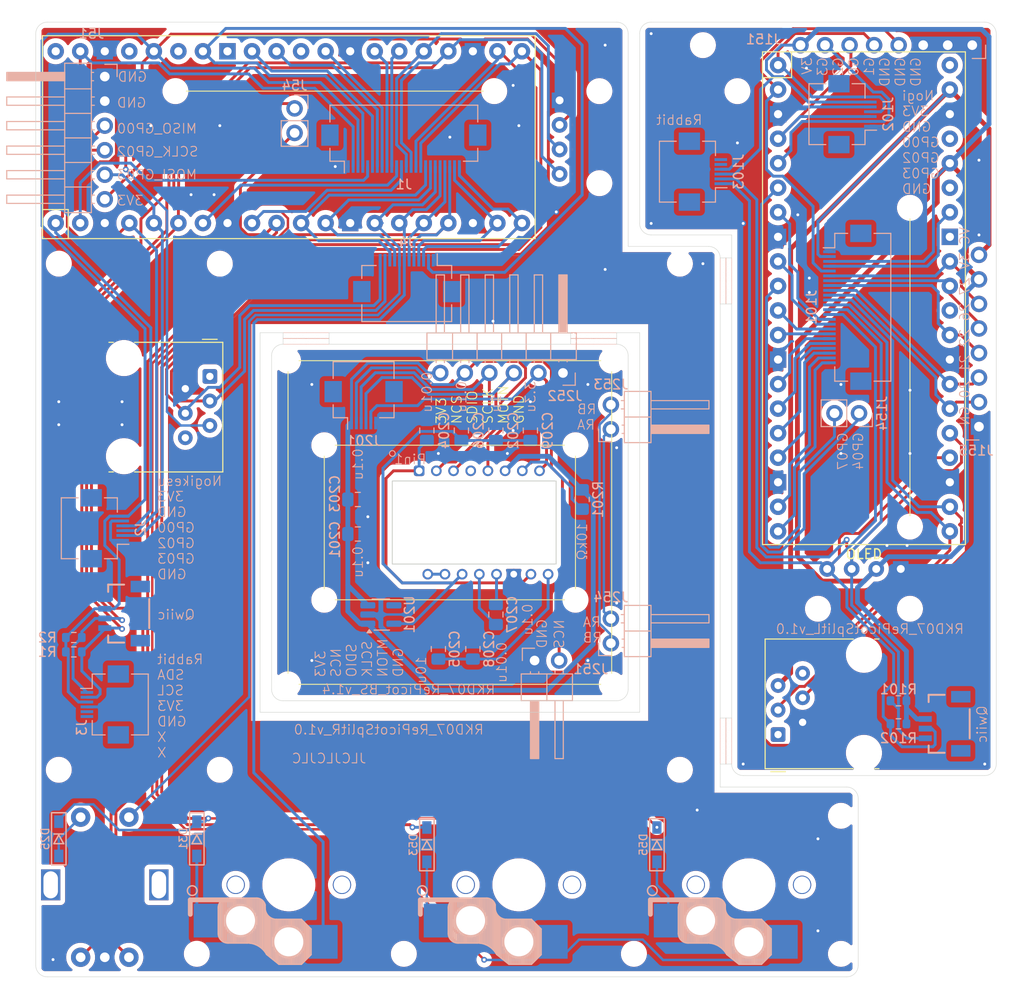
<source format=kicad_pcb>
(kicad_pcb (version 20241229) (generator "pcbnew") (generator_version "9.0")
  (layers (0 "F.Cu" signal) (2 "B.Cu" signal) (13 "F.Paste" user) (15 "B.Paste" user) (5 "F.SilkS" user "F.Silkscreen") (7 "B.SilkS" user "B.Silkscreen") (1 "F.Mask" user) (3 "B.Mask" user) (25 "Edge.Cuts" user))
  (net 0 "")
  (net 6 "Net-(D53-A)")
  (net 7 "Net-(D55-A)")
  (net 8 "ROW4_R")
  (net 9 "ROW2_R")
  (net 10 "COL9_R")
  (net 11 "SDA{slash}SCK_R")
  (net 12 "COL4_R")
  (net 13 "COL10_R")
  (net 14 "ROW1_R")
  (net 15 "COL2_R")
  (net 16 "ROW3_R")
  (net 17 "COL13_R")
  (net 18 "GND_R")
  (net 19 "COL8_R")
  (net 20 "ROW0_R")
  (net 21 "COL6_R")
  (net 22 "VCC_R")
  (net 23 "COL3_R")
  (net 24 "COL7_R")
  (net 25 "COL5_R")
  (net 26 "SCL{slash}TX_R")
  (net 27 "3V3_R")
  (net 28 "COL12_R")
  (net 29 "COL11_R")
  (net 30 "GP02_SCLK_R")
  (net 31 "GP03_MOSI_R")
  (net 32 "GP00_MISO_R")
  (net 37 "Net-(D25-A)")
  (net 38 "Net-(D31-A)")
  (net 39 "GP04_RE_A_R")
  (net 40 "GP07_RE_B_R")
  (net 41 "COL0_GP17_R")
  (net 42 "COL1_GP16_R")
  (net 45 "SCL{slash}TX_L")
  (net 46 "GND_L")
  (net 47 "SDA{slash}SCK_L")
  (net 48 "3V3_L")
  (net 49 "COL13_GP01_NCS_L")
  (net 50 "COL7_GP17_L")
  (net 51 "GP00_MISO_L")
  (net 52 "GP02_SCLK_L")
  (net 53 "GP03_MOSI_L")
  (net 54 "COL10_L")
  (net 55 "COL11_L")
  (net 56 "COL12_L")
  (net 57 "ROW0_L")
  (net 58 "VCC_L")
  (net 59 "GP04_L")
  (net 60 "GP07_L")
  (net 61 "COL0_L")
  (net 62 "COL1_L")
  (net 63 "COL2_L")
  (net 64 "COL3_L")
  (net 65 "COL4_L")
  (net 66 "COL5_L")
  (net 67 "ROW1_L")
  (net 68 "ROW2_L")
  (net 69 "ROW3_L")
  (net 70 "ROW4_L")
  (net 71 "COL8_L")
  (net 72 "COL9_L")
  (net 73 "COL6_GP16_L")
  (net 85 "1V9_E")
  (net 86 "GP02_SCLK_E")
  (net 87 "Net-(U202-NRESET)")
  (net 88 "3V3_E")
  (net 89 "GND_E")
  (net 90 "NCS_E")
  (net 91 "GP07_E")
  (net 92 "Net-(U202-CN)")
  (net 93 "GP00_MISO_E")
  (net 94 "GP04_E")
  (net 95 "Net-(U202-CP)")
  (net 96 "GP03_MOSI_E")
  (net 97 "Net-(U202-VCP)")
  (net 98 "Net-(U202-+VCSEL)")
  (net 99 "Net-(U202--VCSEL)")
  (footprint "kbd_Hole:m2_Screw_Hole" (layer "F.Cu") (at 146.446808 50.601625)
    (property "Reference" "Ref**")
    (property "Value" "Val**")
  )
  (footprint "kbd_Hole:m2_Screw_Hole" (layer "F.Cu") (at 163.115558 122.039125)
    (property "Reference" "Ref**")
    (property "Value" "Val**")
  )
  (footprint "kbd_Parts:Diode_SMD" (layer "F.Cu") (at 144.065558 110.739125 -90)
    (property "Reference" "D55")
    (property "Value" "D" (hide yes))
  )
  (footprint "Rikkodo_FootPrint:rkd_Asm_ChocV1V2_Hotswap_1u" (layer "F.Cu") (at 129.778058 114.895375)
    (property "Reference" "SW53" (hide yes))
    (property "Value" "SW_Push" (hide yes))
  )
  (footprint "kbd_Hole:m2_Screw_Hole" (layer "F.Cu") (at 146.446808 102.989125)
    (property "Reference" "Ref**")
    (property "Value" "Val**")
  )
  (footprint "Rikkodo_FootPrint:rkd_cutdot_no_edgecut_4" (layer "F.Cu") (at 107.75134 58.638187 180)
    (property "Reference" "REF**" (hide yes))
    (property "Value" "rkd_cutdot_no_edgecut_4" (hide yes))
  )
  (footprint "Rikkodo_FootPrint:rkd_Asm_ChocV1V2_Hotswap_1u" (layer "F.Cu") (at 153.590558 114.895277)
    (property "Reference" "SW55" (hide yes))
    (property "Value" "SW_Push" (hide yes))
  )
  (footprint "Rikkodo_FootPrint:rkd_Guard_Screw_Hall" (layer "F.Cu") (at 165.496703 56.554529 -90)
    (property "Reference" "Point1" (hide yes))
    (property "Value" "Guard_Screw_Hall" (hide yes))
  )
  (footprint "Connector_RJ:RJ12_Amphenol_54601-x06_Horizontal" (layer "F.Cu") (at 156.60667 99.342721 90)
    (property "Reference" "J153" (hide yes))
    (property "Value" "6P6C")
  )
  (footprint "kbd_Parts:Diode_SMD" (layer "F.Cu") (at 82.153058 110.132875 -90)
    (property "Reference" "D25")
    (property "Value" "D" (hide yes))
  )
  (footprint "kbd_Hole:m2_Screw_Hole" (layer "F.Cu") (at 141.684242 122.039019)
    (property "Reference" "Ref**")
    (property "Value" "Val**")
  )
  (footprint "kbd_Hole:m2_Screw_Hole" (layer "F.Cu") (at 152.399967 32.742059)
    (property "Reference" "Ref**")
    (property "Value" "Val**")
  )
  (footprint "kbd_Hole:m2_Screw_Hole" (layer "F.Cu") (at 82.153058 50.601625)
    (property "Reference" "Ref**")
    (property "Value" "Val**")
  )
  (footprint "Rikkodo_FootPrint:rkd_Guard_Screw_Hall" (layer "F.Cu") (at 108.346718 37.504717)
    (property "Reference" "Point1" (hide yes))
    (property "Value" "Guard_Screw_Hall" (hide yes))
  )
  (footprint "Rikkodo_FootPrint:rkd_cutdot_no_edgecut_4" (layer "F.Cu") (at 137.51694 58.638187 180)
    (property "Reference" "REF**" (hide yes))
    (property "Value" "rkd_cutdot_no_edgecut_4" (hide yes))
  )
  (footprint "Rikkodo_FootPrint:rkd_cutdot_no_edgecut_4" (layer "F.Cu") (at 150.911526 52.387184 90)
    (property "Reference" "REF**" (hide yes))
    (property "Value" "rkd_cutdot_no_edgecut_4" (hide yes))
  )
  (footprint "kbd_Hole:m2_Screw_Hole" (layer "F.Cu") (at 163.115558 107.751625)
    (property "Reference" "Ref**")
    (property "Value" "Val**")
  )
  (footprint "Rikkodo_FootPrint:rkd_unified_wid_BTM" (layer "F.Cu") (at 170.259342 61.317059 -90)
    (property "Reference" "UnifiedW**" (hide yes))
    (property "Value" "rkd_unified_wid_BTM" (hide yes))
  )
  (footprint "kbd_Hole:m2_Screw_Hole" (layer "F.Cu") (at 96.440558 122.039125)
    (property "Reference" "Ref**")
    (property "Value" "Val**")
  )
  (footprint "Connector_RJ:RJ12_Amphenol_54601-x06_Horizontal" (layer "F.Cu") (at 97.789933 62.26975 -90)
    (property "Reference" "J53" (hide yes))
    (property "Value" "6P6C")
  )
  (footprint "Rikkodo_FootPrint:rkd_RPi_Pico_TH_NODBG" (layer "F.Cu") (at 105.965558 37.50475 90)
    (property "Reference" "U1" (hide yes))
    (property "Value" "Pico")
  )
  (footprint "kbd_Hole:m2_Screw_Hole" (layer "F.Cu") (at 82.153058 102.989125)
    (property "Reference" "Ref**")
    (property "Value" "Val**")
  )
  (footprint "Rikkodo_FootPrint:rkd_cutdot_no_edgecut_4" (layer "F.Cu") (at 151.506126 100.012142 90)
    (property "Reference" "REF**" (hide yes))
    (property "Value" "rkd_cutdot_no_edgecut_4" (hide yes))
  )
  (footprint "kbd_Hole:m2_Screw_Hole" (layer "F.Cu") (at 98.821708 102.989125)
    (property "Reference" "Ref**")
    (property "Value" "Val**")
  )
  (footprint "kbd_Hole:m2_Screw_Hole" (layer "F.Cu") (at 117.871742 122.039019)
    (property "Reference" "Ref**")
    (property "Value" "Val**")
  )
  (footprint "BrownSugar_KBD:OLED_center_display" (layer "F.Cu") (at 115.490558 37.50475 90)
    (property "Reference" "OL1")
    (property "Value" "OLED")
  )
  (footprint "Rikkodo_FootPrint:rkd_Asm_ChocV1V2_Hotswap_1u" (layer "F.Cu") (at 105.965558 114.895375)
    (property "Reference" "SW31" (hide yes))
    (property "Value" "SW_Push" (hide yes))
  )
  (footprint "kbd_Parts:Diode_SMD" (layer "F.Cu") (at 96.440558 110.132875 -90)
    (property "Reference" "D31")
    (property "Value" "D" (hide yes))
  )
  (footprint "Rikkodo_FootPrint:rkd_sumi_foot" (layer "F.Cu") (at 122.634614 77.39078)
    (property "Reference" "REF**" (hide yes))
    (property "Value" "rkd_sumi_foot" (hide yes))
  )
  (footprint "Rikkodo_FootPrint:rkd_RPi_Pico_TH_NODBG" (layer "F.Cu") (at 165.496932 54.173449)
    (property "Reference" "U101" (hide yes))
    (property "Value" "Pico")
  )
  (footprint "kbd_Hole:m2_Screw_Hole" (layer "F.Cu") (at 98.821808 50.601625)
    (property "Reference" "Ref**")
    (property "Value" "Val**")
  )
  (footprint "Rikkodo_FootPrint:rkd_cutdot_no_edgecut_4" (layer "F.Cu") (at 151.506838 52.387184 90)
    (property "Reference" "REF**" (hide yes))
    (property "Value" "rkd_cutdot_no_edgecut_4" (hide yes))
  )
  (footprint "Rikkodo_FootPrint:rkd_cutdot_no_edgecut_4" (layer "F.Cu") (at 150.910814 100.012142 90)
    (property "Reference" "REF**" (hide yes))
    (property "Value" "rkd_cutdot_no_edgecut_4" (hide yes))
  )
  (footprint "Rikkodo_FootPrint:rkd_unified_wid_BTM" (layer "F.Cu") (at 110.728058 32.74225)
    (property "Reference" "UnifiedW**" (hide yes))
    (property "Value" "rkd_unified_wid_BTM" (hide yes))
  )
  (footprint "Rikkodo_FootPrint:rkd_cutdot_no_edgecut_4" (layer "F.Cu") (at 137.51694 58.042875 180)
    (property "Reference" "REF**" (hide yes))
    (property "Value" "rkd_cutdot_no_edgecut_4" (hide yes))
  )
  (footprint "BrownSugar_KBD:OLED_center_display" (layer "F.Cu") (at 165.496932 63.698449)
    (property "Reference" "OL101")
    (property "Value" "OLED")
  )
  (footprint "Rikkodo_FootPrint:PMW3610DM-SUDU" (layer "F.Cu") (at 122.63441 77.390648)
    (property "Reference" "U202" (hide yes))
    (property "Value" "PMW3610DM-SUDU")
    (fp_rect (start -5.96 -4.3) (end 11 4.3) (stroke (width 0.1)) (fill no) (layer "Edge.Cuts") (net 26310720))
  )
  (footprint "Rikkodo_FootPrint:rkd_cutdot_no_edgecut_4" (layer "F.Cu") (at 107.75134 58.042875 180)
    (property "Reference" "REF**" (hide yes))
    (property "Value" "rkd_cutdot_no_edgecut_4" (hide yes))
  )
  (footprint "kbd_Parts:Diode_SMD" (layer "F.Cu") (at 120.253058 110.739125 -90)
    (property "Reference" "D53")
    (property "Value" "D" (hide yes))
  )
  (footprint "Rikkodo_FootPrint:rkd_picot5400_BTM" (layer "F.Cu") (at 122.63441 77.390648)
    (property "Reference" "Picot**" (hide yes))
    (property "Value" "rkd_picot5400_BTM")
  )
  (footprint "kbd_Hole:m2_Screw_Hole" (layer "F.Cu") (at 148.828182 27.979699)
    (property "Reference" "Ref**")
    (property "Value" "Val**")
  )
  (footprint "BrownSugar_KBD:RotaryEncoder_EC11-Switch" (layer "F.Cu") (at 86.915558 114.895375)
    (property "Reference" "SW25" (hide yes))
    (property "Value" "RotaryEncoder_Switch")
  )
  (footprint "Connector_PinHeader_2.54mm:PinHeader_1x02_P2.54mm_Horizontal" (layer "B.Cu") (at 131.405561 91.678292 -90)
    (property "Reference" "J251")
    (property "Value" "Conn_01x02_Socket")
  )
  (footprint "Connector_PinHeader_2.54mm:PinHeader_1x08_P2.54mm_Vertical" (layer "B.Cu") (at 176.70839 27.979674 90)
    (property "Reference" "J151")
    (property "Value" "Conn_01x06")
  )
  (footprint "Capacitor_SMD:C_0805_2012Metric_Pad1.18x1.45mm_HandSolder" (layer "B.Cu") (at 127.397012 67.865714 90)
    (property "Reference" "C202")
    (property "Value" "1uF")
  )
  (footprint "Connector_PinHeader_2.54mm:PinHeader_1x02_P2.54mm_Vertical" (layer "B.Cu") (at 164.986007 66.079731 90)
    (property "Reference" "J154")
    (property "Value" "Conn_01x02_Socket")
  )
  (footprint "Connector_PinHeader_2.54mm:PinHeader_1x02_P2.54mm_Horizontal" (layer "B.Cu") (at 139.303378 67.742949)
    (property "Reference" "J253")
    (property "Value" "Conn_01x02_Socket")
  )
  (footprint "Capacitor_SMD:C_0805_2012Metric_Pad1.18x1.45mm_HandSolder" (layer "B.Cu") (at 113.109606 78.58147)
    (property "Reference" "C201")
    (property "Value" "0.1uF X7R")
  )
  (footprint "Capacitor_SMD:C_0805_2012Metric_Pad1.18x1.45mm_HandSolder" (layer "B.Cu") (at 113.109606 75.009528)
    (property "Reference" "C203")
    (property "Value" "0.1uF X7R")
  )
  (footprint "Resistor_SMD:R_0603_1608Metric" (layer "B.Cu") (at 83.709308 90.785141)
    (property "Reference" "R1")
    (property "Value" "1kΩ")
  )
  (footprint "Connector_FFC-FPC:Hirose_FH12-6S-0.5SH_1x06-1MP_P0.50mm_Horizontal" (layer "B.Cu") (at 86.915558 77.986 90)
    (property "Reference" "J2")
    (property "Value" "Conn_01x06")
  )
  (footprint "Connector_FFC-FPC:Hirose_FH12-6S-0.5SH_1x06-1MP_P0.50mm_Horizontal" (layer "B.Cu") (at 113.704919 65.243894)
    (property "Reference" "J201")
    (property "Value" "Conn_01x06")
  )
  (footprint "Connector_PinHeader_2.54mm:PinHeader_1x06_P2.54mm_Horizontal" (layer "B.Cu") (at 86.915558 31.234125 180)
    (property "Reference" "J51")
    (property "Value" "Conn_01x06")
  )
  (footprint "Capacitor_SMD:C_0805_2012Metric_Pad1.18x1.45mm_HandSolder" (layer "B.Cu") (at 127.397012 86.915714 90)
    (property "Reference" "C207")
    (property "Value" "0.1uF X7R")
  )
  (footprint "Connector_FFC-FPC:Hirose_FH12-24S-0.5SH_1x24-1MP_P0.50mm_Horizontal" (layer "B.Cu") (at 163.774933 55.114049 -90)
    (property "Reference" "J101")
    (property "Value" "Conn_01x24")
  )
  (footprint "SparkFun-Connector:JST_SMD_1.0mm-4_Black" (layer "B.Cu") (at 86.915558 86.820375 -90)
    (property "Reference" "J52")
    (property "Value" "Qwiic_RA")
  )
  (footprint "Connector_PinHeader_2.54mm:PinHeader_1x02_P2.54mm_Horizontal" (layer "B.Cu") (at 139.303378 89.892353)
    (property "Reference" "J254")
    (property "Value" "Conn_01x02_Socket")
  )
  (footprint "Connector_PinHeader_2.54mm:PinHeader_1x02_P2.54mm_Vertical" (layer "B.Cu") (at 106.560959 34.528218 180)
    (property "Reference" "J54")
    (property "Value" "Conn_01x02_Socket")
  )
  (footprint "DreaM117er-keebLibrary:Hirose_FH12-6S-0.5SH_1x06-1MP_P0.50mm_Horizontal" (layer "B.Cu") (at 86.915558 96.226625 -90)
    (property "Reference" "J3")
    (property "Value" "Conn_01x06")
  )
  (footprint "Connector_PinHeader_2.54mm:PinHeader_1x08_P2.54mm_Vertical" (layer "B.Cu") (at 177.403206 67.468784)
    (property "Reference" "J155")
    (property "Value" "Conn_01x08")
  )
  (footprint "Resistor_SMD:R_0603_1608Metric" (layer "B.Cu") (at 169.068683 98.226549 180)
    (property "Reference" "R102")
    (property "Value" "1kΩ")
  )
  (footprint "DreaM117er-keebLibrary:Hirose_FH12-6S-0.5SH_1x06-1MP_P0.50mm_Horizontal" (layer "B.Cu") (at 148.828058 41.076549 90)
    (property "Reference" "J１03")
    (property "Value" "Conn_01x06")
  )
  (footprint "Connector_PinHeader_2.54mm:PinHeader_1x06_P2.54mm_Horizontal" (layer "B.Cu") (at 134.342431 61.912589 90)
    (property "Reference" "J252")
    (property "Value" "Conn_01x06")
  )
  (footprint "Capacitor_SMD:C_0805_2012Metric_Pad1.18x1.45mm_HandSolder" (layer "B.Cu") (at 125.015762 90.487589 90)
    (property "Reference" "C208")
    (property "Value" "0.01uF X7R")
  )
  (footprint "SparkFun-Connector:JST_SMD_1.0mm-4_Black" (layer "B.Cu") (at 171.842183 98.226549 -90)
    (property "Reference" "J152")
    (property "Value" "Qwiic_RA")
  )
  (footprint "DreaM117er-keebLibrary:Hirose_FH12-12S-0.5SH_1x12-1MP_P0.50mm_Horizontal" (layer "B.Cu") (at 118.169366 52.089861 180)
    (property "Reference" "J4")
    (property "Value" "Conn_01x12")
  )
  (footprint "Connector_FFC-FPC:Hirose_FH12-6S-0.5SH_1x06-1MP_P0.50mm_Horizontal" (layer "B.Cu") (at 164.306183 35.123424 90)
    (property "Reference" "J102")
    (property "Value" "Conn_01x06")
  )
  (footprint "Capacitor_SMD:C_0805_2012Metric_Pad1.18x1.45mm_HandSolder" (layer "B.Cu") (at 123.825137 67.865714 90)
    (property "Reference" "C206")
    (property "Value" "0.1uF X7R")
  )
  (footprint "Resistor_SMD:R_0603_1608Metric" (layer "B.Cu") (at 83.709308 89.296861)
    (property "Reference" "R2")
    (property "Value" "1kΩ")
  )
  (footprint "Capacitor_SMD:C_0805_2012Metric_Pad1.18x1.45mm_HandSolder" (layer "B.Cu") (at 120.253262 67.865714 90)
    (property "Reference" "C204")
    (property "Value" "0.01uF X7R")
  )
  (footprint "Connector_FFC-FPC:Hirose_FH12-24S-0.5SH_1x24-1MP_P0.50mm_Horizontal" (layer "B.Cu") (at 117.871808 38.695375)
    (property "Reference" "J1")
    (property "Value" "Conn_01x24")
  )
  (footprint "Capacitor_SMD:C_0805_2012Metric_Pad1.18x1.45mm_HandSolder" (layer "B.Cu") (at 130.968887 67.865714 90)
    (property "Reference" "C209")
    (property "Value" "3.3uF/16V")
  )
  (footprint "Capacitor_SMD:C_0805_2012Metric_Pad1.18x1.45mm_HandSolder" (layer "B.Cu") (at 121.443887 90.487589 90)
    (property "Reference" "C205")
    (property "Value" "10uF X7R")
  )
  (footprint "Resistor_SMD:R_0603_1608Metric" (layer "B.Cu") (at 169.068683 95.845299 180)
    (property "Reference" "R101")
    (property "Value" "1kΩ")
  )
  (footprint "Package_TO_SOT_SMD:SOT-23-5_HandSoldering" (layer "B.Cu") (at 115.490762 86.915714)
    (property "Reference" "U201")
    (property "Value" "TLV70019DDCR")
  )
  (footprint "Resistor_SMD:R_0805_2012Metric_Pad1.20x1.40mm_HandSolder" (layer "B.Cu") (at 136.326813 75.009464 90)
    (property "Reference" "R201")
    (property "Value" "10k")
  )
  (gr_circle (center 116.681484 70.246964) (end 116.97914 70.246964) (stroke (width 0.1)) (fill no) (layer "B.SilkS"))
  (gr_line (start 139.898592 58.936077) (end 139.898691 57.745425) (stroke (width 0.05)) (layer "Edge.Cuts"))
  (gr_line (start 80.962433 25.5985) (end 139.898458 25.598411) (stroke (width 0.05)) (layer "Edge.Cuts"))
  (gr_arc (start 104.179913 60.126701) (mid 104.528657 59.284821) (end 105.370537 58.936077) (stroke (width 0.05)) (layer "Edge.Cuts"))
  (gr_line (start 104.179913 60.126764) (end 104.179913 94.654857) (stroke (width 0.05)) (layer "Edge.Cuts"))
  (gr_arc (start 139.898487 25.598411) (mid 140.740399 25.947142) (end 141.089135 26.789036) (stroke (width 0.05)) (layer "Edge.Cuts"))
  (gr_line (start 163.719822 124.420376) (end 80.9625 124.420375) (stroke (width 0.05)) (layer "Edge.Cuts"))
  (gr_arc (start 105.370537 95.845481) (mid 104.528657 95.496737) (end 104.179913 94.654857) (stroke (width 0.05)) (layer "Edge.Cuts"))
  (gr_line (start 152.995353 103.584274) (end 177.998519 103.584274) (stroke (width 0.05)) (layer "Edge.Cuts"))
  (gr_line (start 142.279739 57.745425) (end 142.279739 97.036083) (stroke (width 0.05)) (layer "Edge.Cuts"))
  (gr_arc (start 149.423521 48.81574) (mid 150.2654 49.164484) (end 150.614145 50.006364) (stroke (width 0.05)) (layer "Edge.Cuts"))
  (gr_line (start 163.711007 104.775152) (end 150.614121 104.775079) (stroke (width 0.05)) (layer "Edge.Cuts"))
  (gr_line (start 141.089133 26.789036) (end 141.089113 48.81573) (stroke (width 0.05)) (layer "Edge.Cuts"))
  (gr_arc (start 177.998519 25.598447) (mid 178.840418 25.947181) (end 179.189167 26.789072) (stroke (width 0.05)) (layer "Edge.Cuts"))
  (gr_line (start 151.804494 50.006364) (end 151.804494 47.625021) (stroke (width 0.05)) (layer "Edge.Cuts"))
  (gr_arc (start 141.089317 94.654857) (mid 140.740586 95.496744) (end 139.898691 95.845483) (stroke (width 0.05)) (layer "Edge.Cuts"))
  (gr_line (start 139.898691 95.845487) (end 105.370562 95.845481) (stroke (width 0.05)) (layer "Edge.Cuts"))
  (gr_arc (start 79.771765 26.789116) (mid 80.120511 25.947219) (end 80.962433 25.5985) (stroke (width 0.05)) (layer "Edge.Cuts"))
  (gr_line (start 179.189146 102.383769) (end 179.189159 26.789072) (stroke (width 0.05)) (layer "Edge.Cuts"))
  (gr_line (start 150.61387 102.393725) (end 150.614121 104.775079) (stroke (width 0.05)) (layer "Edge.Cuts"))
  (gr_line (start 143.47663 25.598447) (end 177.998519 25.598447) (stroke (width 0.05)) (layer "Edge.Cuts"))
  (gr_arc (start 163.711032 104.775134) (mid 164.552907 105.123883) (end 164.901658 105.96576) (stroke (width 0.05)) (layer "Edge.Cuts"))
  (gr_line (start 105.370092 57.745425) (end 105.370092 58.935843) (stroke (width 0.05)) (layer "Edge.Cuts"))
  (gr_arc (start 139.898691 58.936077) (mid 140.740554 59.284828) (end 141.089315 60.126701) (stroke (width 0.05)) (layer "Edge.Cuts"))
  (gr_line (start 110.132588 57.745219) (end 135.135692 57.745219) (stroke (width 0.05)) (layer "Edge.Cuts"))
  (gr_line (start 102.989081 97.036083) (end 102.989081 57.745425) (stroke (width 0.05)) (layer "Edge.Cuts"))
  (gr_line (start 142.279739 97.036083) (end 102.989081 97.036083) (stroke (width 0.05)) (layer "Edge.Cuts"))
  (gr_line (start 142.27974 26.789149) (end 142.279697 46.434444) (stroke (width 0.05)) (layer "Edge.Cuts"))
  (gr_line (start 150.614145 50.006364) (end 151.804494 50.006364) (stroke (width 0.05)) (layer "Edge.Cuts"))
  (gr_line (start 150.61387 54.768765) (end 150.614121 97.631229) (stroke (width 0.05)) (layer "Edge.Cuts"))
  (gr_line (start 150.614121 97.631229) (end 151.804494 97.631229) (stroke (width 0.05)) (layer "Edge.Cuts"))
  (gr_line (start 141.089113 48.81573) (end 149.423521 48.81573) (stroke (width 0.05)) (layer "Edge.Cuts"))
  (gr_line (start 135.135692 58.936077) (end 110.132588 58.936077) (stroke (width 0.05)) (layer "Edge.Cuts"))
  (gr_arc (start 152.995353 103.584274) (mid 152.15347 103.235537) (end 151.804705 102.393649) (stroke (width 0.05)) (layer "Edge.Cuts"))
  (gr_line (start 164.901633 105.971997) (end 164.901634 123.234089) (stroke (width 0.05)) (layer "Edge.Cuts"))
  (gr_line (start 135.135692 58.936077) (end 135.135692 57.745219) (stroke (width 0.05)) (layer "Edge.Cuts"))
  (gr_line (start 79.771765 26.789116) (end 79.771767 123.245702) (stroke (width 0.05)) (layer "Edge.Cuts"))
  (gr_arc (start 164.901642 123.22975) (mid 164.55291 124.071654) (end 163.711016 124.420376) (stroke (width 0.05)) (layer "Edge.Cuts"))
  (gr_line (start 150.61387 54.768765) (end 151.804761 54.768765) (stroke (width 0.05)) (layer "Edge.Cuts"))
  (gr_arc (start 80.9625 124.420352) (mid 80.126141 124.077311) (end 79.771767 123.245702) (stroke (width 0.05)) (layer "Edge.Cuts"))
  (gr_line (start 139.898691 57.745425) (end 142.279739 57.745425) (stroke (width 0.05)) (layer "Edge.Cuts"))
  (gr_line (start 141.089315 60.117766) (end 141.089317 94.654857) (stroke (width 0.05)) (layer "Edge.Cuts"))
  (gr_line (start 150.61387 102.393725) (end 151.804747 102.387876) (stroke (width 0.05)) (layer "Edge.Cuts"))
  (gr_arc (start 179.189187 102.393626) (mid 178.840468 103.235556) (end 177.998562 103.584274) (stroke (width 0.05)) (layer "Edge.Cuts"))
  (gr_arc (start 143.470345 47.625069) (mid 142.628451 47.276332) (end 142.279697 46.434444) (stroke (width 0.05)) (layer "Edge.Cuts"))
  (gr_line (start 143.470345 47.625069) (end 151.804763 47.625028) (stroke (width 0.05)) (layer "Edge.Cuts"))
  (gr_line (start 102.989081 57.745425) (end 105.370092 57.745425) (stroke (width 0.05)) (layer "Edge.Cuts"))
  (gr_line (start 110.132588 58.936077) (end 110.132588 57.745219) (stroke (width 0.05)) (layer "Edge.Cuts"))
  (gr_arc (start 142.27974 26.789095) (mid 142.628498 25.947221) (end 143.470365 25.598447) (stroke (width 0.05)) (layer "Edge.Cuts"))
  (gr_line (start 151.804761 54.768765) (end 151.804748 97.631229) (stroke (width 0.05)) (layer "Edge.Cuts"))
  (gr_text "3V3\nNCS\nSDIO\nSCLK\nMOTN\nGND" (at 130.373683 67.270459 90) (layer "F.SilkS") (effects (font (size 1 1) (thickness 0.1)) (justify left bottom)))
  (gr_text "0.01u" (at 120.848675 66.079833 90) (layer "B.SilkS") (effects (font (size 1 1) (thickness 0.1)) (justify right bottom mirror)))
  (gr_text "0.1u" (at 131.266434 85.725016 90) (layer "B.SilkS") (effects (font (size 1 1) (thickness 0.1)) (justify left bottom mirror)))
  (gr_text "MOSI_GP03" (at 88.10611 41.969557 0) (layer "B.SilkS") (effects (font (size 1 1) (thickness 0.1)) (justify right bottom mirror)))
  (gr_text "3V\nG3\nG2\nG0\nG1\nGND\nGND\nGND" (at 171.449933 29.170299 90) (layer "B.SilkS") (effects (font (size 1 1) (thickness 0.1)) (justify left bottom mirror)))
  (gr_text "3V3\nNCS\nSDIO\nSCLK\nMTON\nGND" (at 117.871644 93.463939 90) (layer "B.SilkS") (effects (font (size 1 1) (thickness 0.1)) (justify right bottom mirror)))
  (gr_text "3V3" (at 88.10611 44.648461 0) (layer "B.SilkS") (effects (font (size 1 1) (thickness 0.1)) (justify right bottom mirror)))
  (gr_text "GND" (at 132.754935 90.487666 90) (layer "B.SilkS") (effects (font (size 1 1) (thickness 0.1)) (justify right bottom mirror)))
  (gr_text "SCLK_GP02" (at 88.10611 39.588309 0) (layer "B.SilkS") (effects (font (size 1 1) (thickness 0.1)) (justify right bottom mirror)))
  (gr_text "Pin1" (at 120.253362 71.43765 0) (layer "B.SilkS") (effects (font (size 1 1) (thickness 0.1)) (justify left bottom mirror)))
  (gr_text "0.1u" (at 113.70473 79.771896 90) (layer "B.SilkS") (effects (font (size 1 1) (thickness 0.1)) (justify left bottom mirror)))
  (gr_text "MISO_GP00" (at 88.10611 37.207061 0) (layer "B.SilkS") (effects (font (size 1 1) (thickness 0.1)) (justify right bottom mirror)))
  (gr_text "RKD07_RePicot_BS_v1.4\n" (at 127.397118 95.250038 0) (layer "B.SilkS") (effects (font (size 1 1) (thickness 0.1)) (justify left bottom mirror)))
  (gr_text "Qwiic" (at 92.273368 87.511 0) (layer "B.SilkS") (effects (font (size 1 1) (thickness 0.1)) (justify right bottom mirror)))
  (gr_text "RB\nRA" (at 135.7315 67.865772 0) (layer "B.SilkS") (effects (font (size 1 1) (thickness 0.1)) (justify right bottom mirror)))
  (gr_text "JLCJLCJLC" (at 114.050762 102.393619 0) (layer "B.SilkS") (effects (font (size 1 1) (thickness 0.1)) (justify left bottom mirror)))
  (gr_text "RA\nRB" (at 136.326813 89.892353 0) (layer "B.SilkS") (effects (font (size 1 1) (thickness 0.1)) (justify right bottom mirror)))
  (gr_text "3.3u" (at 131.564309 66.079833 90) (layer "B.SilkS") (effects (font (size 1 1) (thickness 0.1)) (justify right bottom mirror)))
  (gr_text "RKD07_RePicotSplitL_v1.0" (at 175.914564 88.999099 0) (layer "B.SilkS") (effects (font (size 1 1) (thickness 0.1)) (justify left bottom mirror)))
  (gr_text "GP07\nGP04" (at 165.496808 72.032799 90) (layer "B.SilkS") (effects (font (size 1 1) (thickness 0.1)) (justify right bottom mirror)))
  (gr_text "0.1u" (at 124.420346 66.07972 90) (layer "B.SilkS") (effects (font (size 1 1) (thickness 0.1)) (justify right bottom mirror)))
  (gr_text "0.1u" (at 113.70473 69.651592 90) (layer "B.SilkS") (effects (font (size 1 1) (thickness 0.1)) (justify left bottom mirror)))
  (gr_text "RKD07_RePicotSplitR_v1.0" (at 126.206288 99.417335 0) (layer "B.SilkS") (effects (font (size 1 1) (thickness 0.1)) (justify left bottom mirror)))
  (gr_text "VC 3V 27 26 22 21 20 GN" (at 176.509942 46.731977 90) (layer "B.SilkS") (effects (font (size 1 1) (thickness 0.1)) (justify left bottom mirror)))
  (gr_text "Qwiic" (at 178.295878 100.310057 90) (layer "B.SilkS") (effects (font (size 1 1) (thickness 0.1)) (justify right bottom mirror)))
  (gr_text "GND" (at 88.10611 34.528157 0) (layer "B.SilkS") (effects (font (size 1 1) (thickness 0.1)) (justify right bottom mirror)))
  (gr_text "Nogi\n3V3\nGND\nGP00\nGP02\nGP03\nGND" (at 169.366198 43.457799 0) (layer "B.SilkS") (effects (font (size 1 1) (thickness 0.1)) (justify right bottom mirror)))
  (gr_text "GND" (at 88.185558 31.849253 0) (layer "B.SilkS") (effects (font (size 1 1) (thickness 0.1)) (justify right bottom mirror)))
  (gr_text "0.01u" (at 128.587744 94.059544 90) (layer "B.SilkS") (effects (font (size 1 1) (thickness 0.1)) (justify right bottom mirror)))
  (gr_text "Rabbit\nSDA\nSCL\n3V3\nGND\nX\nX" (at 92.273447 101.798608 0) (layer "B.SilkS") (effects (font (size 1 1) (thickness 0.1)) (justify right bottom mirror)))
  (gr_text "Nogikesu\n3V3\nGND\nGP00\nGP02\nGP03\nGND" (at 92.273447 83.343884 0) (layer "B.SilkS") (effects (font (size 1 1) (thickness 0.1)) (justify right bottom mirror)))
  (gr_text "1u\n" (at 127.992218 66.07972 90) (layer "B.SilkS") (effects (font (size 1 1) (thickness 0.1)) (justify right bottom mirror)))
  (gr_text "10u" (at 120.253362 94.140648 90) (layer "B.SilkS") (effects (font (size 1 1) (thickness 0.1)) (justify right bottom mirror)))
  (gr_text "10kΩ" (at 136.922126 77.39078 90) (layer "B.SilkS") (effects (font (size 1 1) (thickness 0.1)) (justify left bottom mirror)))
  (gr_text "Rabbit" (at 148.828058 36.314049 0) (layer "B.SilkS") (effects (font (size 1 1) (thickness 0.1)) (justify left bottom mirror)))
  (gr_text "NCS" (at 134.540874 90.487666 90) (layer "B.SilkS") (effects (font (size 1 1) (thickness 0.1)) (justify right bottom mirror)))
  (segment (start 120.253058 112.514125) (end 120.253058 117.420375) (width 0.25) (layer "B.Cu") (net 6))
  (segment (start 120.253058 117.420375) (end 121.428058 118.595375) (width 0.25) (layer "B.Cu") (net 6))
  (segment (start 145.240558 116.070375) (end 145.240558 118.595277) (width 0.25) (layer "B.Cu") (net 7))
  (segment (start 144.065558 112.514125) (end 144.065558 114.895375) (width 0.25) (layer "B.Cu") (net 7))
  (segment (start 144.065558 114.895375) (end 145.240558 116.070375) (width 0.25) (layer "B.Cu") (net 7))
  (segment (start 130.095558 46.39475) (end 128.364204 48.126104) (width 0.3) (layer "F.Cu") (net 8))
  (segment (start 128.364204 48.126104) (end 106.009006 48.126104) (width 0.3) (layer "F.Cu") (net 8))
  (segment (start 97.631102 108.019501) (end 143.142782 108.019501) (width 0.25) (layer "F.Cu") (net 8))
  (segment (start 92.808308 61.326802) (end 92.808308 105.309987) (width 0.3) (layer "F.Cu") (net 8))
  (segment (start 95.517822 108.019501) (end 97.631102 108.019501) (width 0.3) (layer "F.Cu") (net 8))
  (segment (start 143.142782 108.019501) (end 144.065438 108.942157) (width 0.25) (layer "F.Cu") (net 8))
  (segment (start 92.808308 105.309987) (end 95.517822 108.019501) (width 0.3) (layer "F.Cu") (net 8))
  (segment (start 106.009006 48.126104) (end 92.808308 61.326802) (width 0.3) (layer "F.Cu") (net 8))
  (via (at 97.631102 108.019501) (size 0.6) (drill 0.3) (layers "F.Cu" "B.Cu") (net 8))
  (via (at 144.065438 108.942157) (size 0.6) (drill 0.3) (layers "F.Cu" "B.Cu") (net 8))
  (segment (start 144.065438 108.964005) (end 144.065558 108.964125) (width 0.25) (layer "B.Cu") (net 8))
  (segment (start 128.646925 44.946117) (end 130.095558 46.39475) (width 0.3) (layer "B.Cu") (net 8))
  (segment (start 82.153058 108.182875) (end 82.153058 108.357875) (width 0.25) (layer "B.Cu") (net 8))
  (segment (start 82.368683 107.96725) (end 82.153058 108.182875) (width 0.25) (layer "B.Cu") (net 8))
  (segment (start 119.919366 50.239861) (end 119.919366 49.149237) (width 0.3) (layer "B.Cu") (net 8))
  (segment (start 144.065438 108.942157) (end 144.065438 108.964005) (width 0.25) (layer "B.Cu") (net 8))
  (segment (start 83.766558 106.569375) (end 85.733308 106.569375) (width 0.25) (layer "B.Cu") (net 8))
  (segment (start 120.252958 48.815645) (end 127.674663 48.815645) (width 0.3) (layer "B.Cu") (net 8))
  (segment (start 123.621808 41.468879) (end 127.099046 44.946117) (width 0.3) (layer "B.Cu") (net 8))
  (segment (start 123.621808 40.545375) (end 123.621808 41.468879) (width 0.3) (layer "B.Cu") (net 8))
  (segment (start 129.471183 46.39475) (end 130.095558 46.39475) (width 0.3) (layer "B.Cu") (net 8))
  (segment (start 97.631102 108.019501) (end 97.292728 108.357875) (width 0.25) (layer "B.Cu") (net 8))
  (segment (start 95.577058 109.221375) (end 96.440558 108.357875) (width 0.25) (layer "B.Cu") (net 8))
  (segment (start 82.368683 107.96725) (end 83.766558 106.569375) (width 0.25) (layer "B.Cu") (net 8))
  (segment (start 127.674663 48.815645) (end 130.095558 46.39475) (width 0.3) (layer "B.Cu") (net 8))
  (segment (start 97.292728 108.357875) (end 96.440558 108.357875) (width 0.25) (layer "B.Cu") (net 8))
  (segment (start 127.099046 44.946117) (end 128.646925 44.946117) (width 0.3) (layer "B.Cu") (net 8))
  (segment (start 85.733308 106.569375) (end 88.385308 109.221375) (width 0.25) (layer "B.Cu") (net 8))
  (segment (start 88.385308 109.221375) (end 95.577058 109.221375) (width 0.25) (layer "B.Cu") (net 8))
  (segment (start 119.919366 49.149237) (end 120.252958 48.815645) (width 0.3) (layer "B.Cu") (net 8))
  (segment (start 118.493022 108.670501) (end 118.764678 108.942157) (width 0.3) (layer "F.Cu") (net 9))
  (segment (start 92.307308 105.517507) (end 95.460301 108.670501) (width 0.3) (layer "F.Cu") (net 9))
  (segment (start 122.475558 46.39475) (end 121.274558 47.59575) (width 0.3) (layer "F.Cu") (net 9))
  (segment (start 105.83084 47.59575) (end 92.307308 61.119282) (width 0.3) (layer "F.Cu") (net 9))
  (segment (start 95.460301 108.670501) (end 118.493022 108.670501) (width 0.3) (layer "F.Cu") (net 9))
  (segment (start 92.307308 61.119282) (end 92.307308 105.517507) (width 0.3) (layer "F.Cu") (net 9))
  (segment (start 121.274558 47.59575) (end 105.83084 47.59575) (width 0.3) (layer "F.Cu") (net 9))
  (via (at 118.764678 108.942157) (size 0.6) (drill 0.3) (layers "F.Cu" "B.Cu") (net 9))
  (segment (start 118.764678 108.942157) (end 120.23109 108.942157) (width 0.3) (layer "B.Cu") (net 9))
  (segment (start 121.245287 47.625021) (end 119.657646 47.625021) (width 0.3) (layer "B.Cu") (net 9))
  (segment (start 122.621808 46.2485) (end 122.475558 46.39475) (width 0.3) (layer "B.Cu") (net 9))
  (segment (start 122.621808 40.545375) (end 122.621808 46.2485) (width 0.3) (layer "B.Cu") (net 9))
  (segment (start 122.475558 46.39475) (end 121.245287 47.625021) (width 0.3) (layer "B.Cu") (net 9))
  (segment (start 119.657646 47.625021) (end 118.919366 48.363301) (width 0.3) (layer "B.Cu") (net 9))
  (segment (start 118.919366 48.363301) (end 118.919366 50.239861) (width 0.3) (layer "B.Cu") (net 9))
  (segment (start 120.23109 108.942157) (end 120.253058 108.964125) (width 0.3) (layer "B.Cu") (net 9))
  (segment (start 116.121808 40.545375) (end 116.121808 29.881) (width 0.3) (layer "B.Cu") (net 10))
  (segment (start 116.121808 29.881) (end 114.855558 28.61475) (width 0.3) (layer "B.Cu") (net 10))
  (segment (start 101.955721 30.31675) (end 94.059558 38.212909) (width 0.3) (layer "F.Cu") (net 11))
  (segment (start 94.059558 38.212909) (end 94.059558 43.273061) (width 0.3) (layer "F.Cu") (net 11))
  (segment (start 88.502104 87.49982) (end 88.712824 87.49982) (width 0.3) (layer "F.Cu") (net 11))
  (segment (start 93.334558 43.998061) (end 93.334558 47.159307) (width 0.3) (layer "F.Cu") (net 11))
  (segment (start 85.035308 84.033024) (end 88.502104 87.49982) (width 0.3) (layer "F.Cu") (net 11))
  (segment (start 120.773558 30.31675) (end 101.955721 30.31675) (width 0.3) (layer "F.Cu") (net 11))
  (segment (start 94.059558 43.273061) (end 93.334558 43.998061) (width 0.3) (layer "F.Cu") (net 11))
  (segment (start 122.475558 28.61475) (end 120.773558 30.31675) (width 0.3) (layer "F.Cu") (net 11))
  (segment (start 85.035308 55.458557) (end 85.035308 84.033024) (width 0.3) (layer "F.Cu") (net 11))
  (segment (start 93.334558 47.159307) (end 85.035308 55.458557) (width 0.3) (layer "F.Cu") (net 11))
  (via (at 88.712824 87.49982) (size 0.6) (drill 0.3) (layers "F.Cu" "B.Cu") (net 11))
  (segment (start 133.990558 41.31475) (end 133.889558 41.41575) (width 0.3) (layer "B.Cu") (net 11))
  (segment (start 83.635308 93.546375) (end 85.065558 94.976625) (width 0.3) (layer "B.Cu") (net 11))
  (segment (start 88.712824 87.49982) (end 88.658022 87.49982) (width 0.3) (layer "B.Cu") (net 11))
  (segment (start 118.621808 39.082201) (end 117.623808 38.084202) (width 0.3) (layer "B.Cu") (net 11))
  (segment (start 84.534308 89.296861) (end 83.635308 90.195861) (width 0.3) (layer "B.Cu") (net 11))
  (segment (start 122.475558 28.61475) (end 123.676558 27.41375) (width 0.3) (layer "B.Cu") (net 11))
  (segment (start 123.676558 27.41375) (end 130.700255 27.41375) (width 0.3) (layer "B.Cu") (net 11))
  (segment (start 117.623808 38.084202) (end 117.623808 31.63502) (width 0.3) (layer "B.Cu") (net 11))
  (segment (start 86.915558 87.320375) (end 85.915558 87.320375) (width 0.3) (layer "B.Cu") (net 11))
  (segment (start 118.621808 40.545375) (end 118.621808 39.082201) (width 0.3) (layer "B.Cu") (net 11))
  (segment (start 117.623808 31.63502) (end 119.443078 29.81575) (width 0.3) (layer "B.Cu") (net 11))
  (segment (start 121.274558 29.81575) (end 122.475558 28.61475) (width 0.3) (layer "B.Cu") (net 11))
  (segment (start 84.534308 88.701625) (end 84.534308 89.296861) (width 0.3) (layer "B.Cu") (net 11))
  (segment (start 83.635308 90.195861) (end 83.635308 93.546375) (width 0.3) (layer "B.Cu") (net 11))
  (segment (start 132.159198 39.48339) (end 133.990558 41.31475) (width 0.3) (layer "B.Cu") (net 11))
  (segment (start 132.159198 28.872693) (end 132.159198 39.48339) (width 0.3) (layer "B.Cu") (net 11))
  (segment (start 88.478577 87.320375) (end 86.915558 87.320375) (width 0.3) (layer "B.Cu") (net 11))
  (segment (start 88.658022 87.49982) (end 88.478577 87.320375) (width 0.3) (layer "B.Cu") (net 11))
  (segment (start 85.915558 87.320375) (end 84.534308 88.701625) (width 0.3) (layer "B.Cu") (net 11))
  (segment (start 119.443078 29.81575) (end 121.274558 29.81575) (width 0.3) (layer "B.Cu") (net 11))
  (segment (start 130.700255 27.41375) (end 132.159198 28.872693) (width 0.3) (layer "B.Cu") (net 11))
  (segment (start 119.798461 44.507646) (end 116.742662 44.507646) (width 0.3) (layer "B.Cu") (net 12))
  (segment (start 115.175052 55.917861) (end 102.512808 55.917861) (width 0.25) (layer "B.Cu") (net 12))
  (segment (start 115.659917 46.39475) (end 114.855558 46.39475) (width 0.25) (layer "B.Cu") (net 12))
  (segment (start 101.862081 56.568588) (end 101.862081 95.448852) (width 0.25) (layer "B.Cu") (net 12))
  (segment (start 117.419366 53.673547) (end 115.175052 55.917861) (width 0.25) (layer "B.Cu") (net 12))
  (segment (start 114.855558 46.39475) (end 117.419366 48.958558) (width 0.25) (layer "B.Cu") (net 12))
  (segment (start 116.742662 44.507646) (end 114.855558 46.39475) (width 0.3) (layer "B.Cu") (net 12))
  (segment (start 121.121808 40.545375) (end 121.121808 43.184299) (width 0.3) (layer "B.Cu") (net 12))
  (segment (start 117.419366 48.958558) (end 117.419366 50.239861) (width 0.25) (layer "B.Cu") (net 12))
  (segment (start 117.419366 50.239861) (end 117.419366 53.673547) (width 0.25) (layer "B.Cu") (net 12))
  (segment (start 121.121808 43.184299) (end 119.798461 44.507646) (width 0.3) (layer "B.Cu") (net 12))
  (segment (start 101.862081 95.448852) (end 89.415558 107.895375) (width 0.25) (layer "B.Cu") (net 12))
  (segment (start 102.512808 55.917861) (end 101.862081 56.568588) (width 0.25) (layer "B.Cu") (net 12))
  (segment (start 115.621808 34.461) (end 109.775558 28.61475) (width 0.3) (layer "B.Cu") (net 13))
  (segment (start 115.621808 40.545375) (end 115.621808 34.461) (width 0.3) (layer "B.Cu") (net 13))
  (segment (start 122.121808 44.2085) (end 119.935558 46.39475) (width 0.3) (layer "B.Cu") (net 14))
  (segment (start 118.419366 47.910942) (end 118.419366 50.239861) (width 0.3) (layer "B.Cu") (net 14))
  (segment (start 122.121808 40.545375) (end 122.121808 44.2085) (width 0.3) (layer "B.Cu") (net 14))
  (segment (start 118.419366 47.910942) (end 119.935558 46.39475) (width 0.3) (layer "B.Cu") (net 14))
  (segment (start 120.121808 40.545375) (end 120.121808 42.446172) (width 0.3) (layer "B.Cu") (net 15))
  (segment (start 110.124662 43.505646) (end 119.062334 43.505646) (width 0.3) (layer "B.Cu") (net 15))
  (segment (start 115.27491 48.220333) (end 116.419366 49.364789) (width 0.3) (layer "B.Cu") (net 15))
  (segment (start 107.235558 46.39475) (end 110.124662 43.505646) (width 0.3) (layer "B.Cu") (net 15))
  (segment (start 109.061141 48.220333) (end 115.27491 48.220333) (width 0.3) (layer "B.Cu") (net 15))
  (segment (start 116.419366 49.364789) (end 116.419366 50.239861) (width 0.3) (layer "B.Cu") (net 15))
  (segment (start 107.235558 46.39475) (end 109.061141 48.220333) (width 0.3) (layer "B.Cu") (net 15))
  (segment (start 120.121808 42.446172) (end 119.062334 43.505646) (width 0.3) (layer "B.Cu") (net 15))
  (segment (start 119.419366 48.756269) (end 119.955302 48.220333) (width 0.3) (layer "B.Cu") (net 16))
  (segment (start 119.955302 48.220333) (end 125.729975 48.220333) (width 0.3) (layer "B.Cu") (net 16))
  (segment (start 123.121808 40.545375) (end 123.121808 41.961) (width 0.3) (layer "B.Cu") (net 16))
  (segment (start 125.729975 48.220333) (end 127.555558 46.39475) (width 0.3) (layer "B.Cu") (net 16))
  (segment (start 119.419366 50.239861) (end 119.419366 48.756269) (width 0.3) (layer "B.Cu") (net 16))
  (segment (start 123.121808 41.961) (end 127.555558 46.39475) (width 0.3) (layer "B.Cu") (net 16))
  (segment (start 113.704526 41.969557) (end 91.380326 41.969557) (width 0.3) (layer "B.Cu") (net 17))
  (segment (start 114.121808 41.552275) (end 113.704526 41.969557) (width 0.3) (layer "B.Cu") (net 17))
  (segment (start 86.418119 40.193093) (end 84.375558 42.235654) (width 0.3) (layer "B.Cu") (net 17))
  (segment (start 114.121808 40.545375) (end 114.121808 41.552275) (width 0.3) (layer "B.Cu") (net 17))
  (segment (start 89.603862 40.193093) (end 86.418119 40.193093) (width 0.3) (layer "B.Cu") (net 17))
  (segment (start 91.380326 41.969557) (end 89.603862 40.193093) (width 0.3) (layer "B.Cu") (net 17))
  (segment (start 84.375558 42.235654) (end 84.375558 46.39475) (width 0.3) (layer "B.Cu") (net 17))
  (segment (start 113.584475 27.345833) (end 123.746641 27.345833) (width 0.3) (layer "F.Cu") (net 18))
  (segment (start 123.746641 27.345833) (end 125.015558 28.61475) (width 0.3) (layer "F.Cu") (net 18))
  (segment (start 94.311308 61.949362) (end 106.628692 49.631978) (width 0.3) (layer "F.Cu") (net 18))
  (segment (start 98.226577 43.457913) (end 98.821846 43.457913) (width 0.3) (layer "F.Cu") (net 18))
  (segment (start 99.615558 44.251625) (end 99.615558 46.39475) (width 0.3) (layer "F.Cu") (net 18))
  (segment (start 84.967943 41.51026) (end 84.967943 44.447135) (width 0.3) (layer "F.Cu") (net 18))
  (segment (start 112.315558 46.39475) (end 113.516558 45.19375) (width 0.3) (layer "F.Cu") (net 18))
  (segment (start 95.348308 63.600125) (end 95.348308 63.100943) (width 0.3) (layer "F.Cu") (net 18))
  (segment (start 123.814558 45.19375) (end 125.015558 46.39475) (width 0.3) (layer "F.Cu") (net 18))
  (segment (start 95.249933 63.53975) (end 94.311308 62.601124) (width 0.3) (layer "F.Cu") (net 18))
  (segment (start 88.116558 39.351596) (end 87.413029 40.055125) (width 0.3) (layer "F.Cu") (net 18))
  (segment (start 87.413029 40.055125) (end 86.423078 40.055125) (width 0.3) (layer "F.Cu") (net 18))
  (segment (start 113.516558 45.19375) (end 123.814558 45.19375) (width 0.3) (layer "F.Cu") (net 18))
  (segment (start 133.990558 33.69475) (end 133.990558 30.665473) (width 0.3) (layer "F.Cu") (net 18))
  (segment (start 86.915558 31.234125) (end 86.915558 28.61475) (width 0.3) (layer "F.Cu") (net 18))
  (segment (start 129.973842 49.631978) (end 132.829558 46.776262) (width 0.3) (layer "F.Cu") (net 18))
  (segment (start 132.829558 34.85575) (end 133.990558 33.69475) (width 0.3) (layer "F.Cu") (net 18))
  (segment (start 94.311308 62.601124) (end 94.311308 61.949362) (width 0.3) (layer "F.Cu") (net 18))
  (segment (start 133.990558 30.665473) (end 130.670918 27.345833) (width 0.3) (layer "F.Cu") (net 18))
  (segment (start 130.670918 27.345833) (end 126.284475 27.345833) (width 0.3) (layer "F.Cu") (net 18))
  (segment (start 86.423078 40.055125) (end 84.967943 41.51026) (width 0.3) (layer "F.Cu") (net 18))
  (segment (start 84.967943 44.447135) (end 86.915558 46.39475) (width 0.3) (layer "F.Cu") (net 18))
  (segment (start 88.116558 34.975125) (end 88.116558 39.351596) (width 0.3) (layer "F.Cu") (net 18))
  (segment (start 112.315558 28.61475) (end 113.584475 27.345833) (width 0.3) (layer "F.Cu") (net 18))
  (segment (start 126.284475 27.345833) (end 125.015558 28.61475) (width 0.3) (layer "F.Cu") (net 18))
  (segment (start 110.769808 40.545375) (end 110.769808 43.499625) (width 0.3) (layer "F.Cu") (net 18))
  (segment (start 86.915558 33.774125) (end 88.116558 34.975125) (width 0.3) (layer "F.Cu") (net 18))
  (segment (start 98.821846 43.457913) (end 99.615558 44.251625) (width 0.3) (layer "F.Cu") (net 18))
  (segment (start 112.315558 45.045375) (end 112.315558 46.39475) (width 0.3) (layer "F.Cu") (net 18))
  (segment (start 110.769808 43.499625) (end 112.315558 45.045375) (width 0.3) (layer "F.Cu") (net 18))
  (segment (start 132.829558 46.776262) (end 132.829558 34.85575) (width 0.3) (layer "F.Cu") (net 18))
  (segment (start 106.628692 49.631978) (end 129.973842 49.631978) (width 0.3) (layer "F.Cu") (net 18))
  (via (at 148.232869 107.156404) (size 0.6) (drill 0.3) (layers "F.Cu" "B.Cu") (net 18))
  (via (at 129.778058 36.314125) (size 0.6) (drill 0.3) (layers "F.Cu" "B.Cu") (net 18))
  (via (at 129.182853 32.146966) (size 0.6) (drill 0.3) (layers "F.Cu" "B.Cu") (net 18))
  (via (at 160.734308 110.132875) (size 0.6) (drill 0.3) (layers "F.Cu" "B.Cu") (net 18))
  (via (at 88.701569 67.270433) (size 0.6) (drill 0.3) (layers "F.Cu" "B.Cu") (net 18))
  (via (at 110.769808 40.545375) (size 0.6) (drill 0.3) (layers "F.Cu" "B.Cu") (net 18))
  (via (at 82.153058 67.270379) (size 0.6) (drill 0.3) (layers "F.Cu" "B.Cu") (net 18))
  (via (at 82.153058 64.889129) (size 0.6) (drill 0.3) (layers "F.Cu" "B.Cu") (net 18))
  (via (at 91.678058 36.314125) (size 0.6) (drill 0.3) (layers "F.Cu" "B.Cu") (net 18))
  (via (at 160.734308 119.657875) (size 0.6) (drill 0.3) (layers "F.Cu" "B.Cu") (net 18))
  (via (at 138.707861 51.196982) (size 0.6) (drill 0.3) (layers "F.Cu" "B.Cu") (net 18))
  (via (at 122.634308 37.50475) (size 0.6) (drill 0.3) (layers "F.Cu" "B.Cu") (net 18))
  (via (at 88.701569 64.889183) (size 0.6) (drill 0.3) (layers "F.Cu" "B.Cu") (net 18))
  (via (at 133.647478 45.243773) (size 0.6) (drill 0.3) (layers "F.Cu" "B.Cu") (net 18))
  (via (at 148.828182 50.601669) (size 0.6) (drill 0.3) (layers "F.Cu" "B.Cu") (net 18))
  (via (at 98.821808 36.314125) (size 0.6) (drill 0.3) (layers "F.Cu" "B.Cu") (net 18))
  (via (at 95.845325 43.457913) (size 0.6) (drill 0.3) (layers "F.Cu" "B.Cu") (net 18))
  (via (at 138.707861 27.979775) (size 0.6) (drill 0.3) (layers "F.Cu" "B.Cu") (net 18))
  (via (at 98.226577 43.457913) (size 0.6) (drill 0.3) (layers "F.Cu" "B.Cu") (net 18))
  (via (at 127.099046 56.554701) (size 0.6) (drill 0.3) (layers "F.Cu" "B.Cu") (net 18))
  (via (at 81.557813 122.634542) (size 0.6) (drill 0.3) (layers "F.Cu" "B.Cu") (net 18))
  (segment (start 120.919366 50.239861) (end 127.948918 50.239861) (width 0.3) (layer "B.Cu") (net 18))
  (segment (start 85.065558 96.476625) (end 88.665402 96.476625) (width 0.3) (layer "B.Cu") (net 18))
  (segment (start 110.769808 40.545375) (end 108.919842 38.695409) (width 0.3) (layer "B.Cu") (net 18))
  (segment (start 92.86876 92.273267) (end 92.86876 83.339202) (width 0.3) (layer "B.Cu") (net 18))
  (segment (start 87.510943 79.176693) (end 87.57025 79.236) (width 0.3) (layer "B.Cu") (net 18))
  (segment (start 88.999046 31.234125) (end 86.915558 31.234125) (width 0.3) (layer "B.Cu") (net 18))
  (segment (start 88.999078 31.234093) (end 88.999046 31.234125) (width 0.3) (layer "B.Cu") (net 18))
  (segment (start 87.57025 79.236) (end 88.765558 79.236) (width 0.3) (layer "B.Cu") (net 18))
  (segment (start 87.510943 77.390754) (end 87.510943 79.176693) (width 0.3) (layer "B.Cu") (net 18))
  (segment (start 87.665697 77.236) (end 87.510943 77.390754) (width 0.3) (layer "B.Cu") (net 18))
  (segment (start 112.121808 40.545375) (end 110.769808 40.545375) (width 0.3) (layer "B.Cu") (net 18))
  (segment (start 88.765558 77.236) (end 87.665697 77.236) (width 0.3) (layer "B.Cu") (net 18))
  (segment (start 135.151558 43.037221) (end 135.151558 34.855751) (width 0.3) (layer "B.Cu") (net 18))
  (segment (start 96.460394 38.695409) (end 88.999078 31.234093) (width 0.3) (layer "B.Cu") (net 18))
  (segment (start 108.919842 38.695409) (end 96.460394 38.695409) (width 0.3) (layer "B.Cu") (net 18))
  (segment (start 95.348308 63.600125) (end 95.348308 63.100943) (width 0.3) (layer "B.Cu") (net 18))
  (segment (start 86.915558 31.234125) (end 86.915558 33.774125) (width 0.3) (layer "B.Cu") (net 18))
  (segment (start 125.015558 46.39475) (end 125.360766 46.739958) (width 0.3) (layer "B.Cu") (net 18))
  (segment (start 127.948918 50.239861) (end 135.151558 43.037221) (width 0.3) (layer "B.Cu") (net 18))
  (segment (start 135.151558 34.855751) (end 133.990558 33.69475) (width 0.3) (layer "B.Cu") (net 18))
  (segment (start 88.665402 96.476625) (end 92.86876 92.273267) (width 0.3) (layer "B.Cu") (net 18))
  (segment (start 92.86876 83.339202) (end 88.765558 79.236) (width 0.3) (layer "B.Cu") (net 18))
  (segment (start 117.395558 28.61475) (end 116.621808 29.3885) (width 0.3) (layer "B.Cu") (net 19))
  (segment (start 116.621808 29.3885) (end 116.621808 40.545375) (width 0.3) (layer "B.Cu") (net 19))
  (segment (start 136.326609 43.485296) (end 136.326609 27.979775) (width 0.3) (layer "B.Cu") (net 20))
  (segment (start 120.419366 51.065645) (end 120.84827 51.494549) (width 0.3) (layer "B.Cu") (net 20))
  (segment (start 109.740813 31.159629) (end 113.621808 35.040624) (width 0.3) (layer "B.Cu") (net 20))
  (segment (start 102.648037 29.81575) (end 103.991916 31.159629) (width 0.3) (layer "B.Cu") (net 20))
  (segment (start 120.419366 50.239861) (end 120.419366 51.065444) (width 0.3) (layer "B.Cu") (net 20))
  (segment (start 99.440843 26.249465) (end 97.075558 28.61475) (width 0.3) (layer "B.Cu") (net 20))
  (segment (start 128.317356 51.494549) (end 136.326609 43.485296) (width 0.3) (layer "B.Cu") (net 20))
  (segment (start 120.84827 51.494549) (end 128.317356 51.494549) (width 0.3) (layer "B.Cu") (net 20))
  (segment (start 97.075558 28.61475) (end 98.276558 29.81575) (width 0.3) (layer "B.Cu") (net 20))
  (segment (start 120.419366 50.239861) (end 120.419366 51.065645) (width 0.3) (layer "B.Cu") (net 20))
  (segment (start 98.276558 29.81575) (end 102.648037 29.81575) (width 0.3) (layer "B.Cu") (net 20))
  (segment (start 103.991916 31.159629) (end 109.740813 31.159629) (width 0.3) (layer "B.Cu") (net 20))
  (segment (start 134.596299 26.249465) (end 99.440843 26.249465) (width 0.3) (layer "B.Cu") (net 20))
  (segment (start 136.326609 27.979775) (end 134.596299 26.249465) (width 0.3) (layer "B.Cu") (net 20))
  (segment (start 120.419366 51.065444) (end 120.848471 51.494549) (width 0.3) (layer "B.Cu") (net 20))
  (segment (start 113.621808 35.040624) (end 113.621808 40.545375) (width 0.3) (layer "B.Cu") (net 20))
  (segment (start 112.676118 109.146501) (end 95.263135 109.146501) (width 0.25) (layer "F.Cu") (net 21))
  (segment (start 95.263135 109.146501) (end 91.831308 105.714673) (width 0.25) (layer "F.Cu") (net 21))
  (segment (start 105.871558 45.907634) (end 105.182674 45.21875) (width 0.25) (layer "F.Cu") (net 21))
  (segment (start 91.831308 60.922116) (end 105.871558 46.881866) (width 0.25) (layer "F.Cu") (net 21))
  (segment (start 105.182674 45.21875) (end 103.331558 45.21875) (width 0.25) (layer "F.Cu") (net 21))
  (segment (start 91.831308 105.714673) (end 91.831308 60.922116) (width 0.25) (layer "F.Cu") (net 21))
  (segment (start 126.185014 122.655397) (end 112.676118 109.146501) (width 0.25) (layer "F.Cu") (net 21))
  (segment (start 126.185014 122.655397) (end 126.200993 122.671375) (width 0.25) (layer "F.Cu") (net 21))
  (segment (start 103.331558 45.21875) (end 102.155558 46.39475) (width 0.25) (layer "F.Cu") (net 21))
  (segment (start 105.871558 46.881866) (end 105.871558 45.907634) (width 0.25) (layer "F.Cu") (net 21))
  (via (at 126.185014 122.655397) (size 0.6) (drill 0.3) (layers "F.Cu" "B.Cu") (net 21))
  (segment (start 136.016492 120.563019) (end 142.589492 120.563019) (width 0.25) (layer "B.Cu") (net 21))
  (segment (start 107.728038 45.19375) (end 103.356558 45.19375) (width 0.3) (layer "B.Cu") (net 21))
  (segment (start 131.452058 122.671375) (end 133.328058 120.795375) (width 0.25) (layer "B.Cu") (net 21))
  (segment (start 117.621808 40.545375) (end 117.621808 41.921803) (width 0.3) (layer "B.Cu") (net 21))
  (segment (start 117.621808 41.921803) (end 116.538965 43.004646) (width 0.3) (layer "B.Cu") (net 21))
  (segment (start 126.200992 122.671375) (end 131.452058 122.671375) (width 0.25) (layer "B.Cu") (net 21))
  (segment (start 116.538965 43.004646) (end 109.917141 43.004646) (width 0.3) (layer "B.Cu") (net 21))
  (segment (start 144.69775 122.671277) (end 155.264558 122.671277) (width 0.25) (layer "B.Cu") (net 21))
  (segment (start 126.185014 122.655397) (end 126.200992 122.671375) (width 0.25) (layer "B.Cu") (net 21))
  (segment (start 103.356558 45.19375) (end 102.155558 46.39475) (width 0.3) (layer "B.Cu") (net 21))
  (segment (start 109.917141 43.004646) (end 107.728038 45.19375) (width 0.3) (layer "B.Cu") (net 21))
  (segment (start 134.556097 122.023414) (end 136.016492 120.563019) (width 0.25) (layer "B.Cu") (net 21))
  (segment (start 142.589492 120.563019) (end 144.69775 122.671277) (width 0.25) (layer "B.Cu") (net 21))
  (segment (start 155.264558 122.671277) (end 157.140558 120.795277) (width 0.25) (layer "B.Cu") (net 21))
  (segment (start 133.328058 120.795375) (end 134.556097 122.023414) (width 0.25) (layer "B.Cu") (net 21))
  (segment (start 87.978558 32.435125) (end 89.087352 33.543919) (width 0.3) (layer "F.Cu") (net 22))
  (segment (start 89.087352 33.543919) (end 89.087352 40.843093) (width 0.3) (layer "F.Cu") (net 22))
  (segment (start 85.714558 32.435125) (end 87.978558 32.435125) (width 0.3) (layer "F.Cu") (net 22))
  (segment (start 84.832038 28.614782) (end 84.832038 29.150605) (width 0.3) (layer "F.Cu") (net 22))
  (segment (start 84.375558 31.096125) (end 85.714558 32.435125) (width 0.3) (layer "F.Cu") (net 22))
  (segment (start 84.375558 28.61475) (end 84.375558 31.096125) (width 0.3) (layer "F.Cu") (net 22))
  (via (at 89.087352 40.843093) (size 0.6) (drill 0.3) (layers "F.Cu" "B.Cu") (net 22))
  (segment (start 85.576558 29.81575) (end 92.488038 29.81575) (width 0.3) (layer "B.Cu") (net 22))
  (segment (start 112.621808 36.421876) (end 112.621808 40.545375) (width 0.3) (layer "B.Cu") (net 22))
  (segment (start 93.354078 45.109819) (end 93.354078 65.917721) (width 0.25) (layer "B.Cu") (net 22))
  (segment (start 93.628628 30.95634) (end 101.798455 30.95634) (width 0.3) (layer "B.Cu") (net 22))
  (segment (start 89.087352 40.843093) (end 93.354078 45.109819) (width 0.25) (layer "B.Cu") (net 22))
  (segment (start 101.798455 30.95634) (end 103.28668 32.444565) (width 0.3) (layer "B.Cu") (net 22))
  (segment (start 108.644497 32.444565) (end 112.621808 36.421876) (width 0.3) (layer "B.Cu") (net 22))
  (segment (start 84.375558 28.61475) (end 85.576558 29.81575) (width 0.3) (layer "B.Cu") (net 22))
  (segment (start 94.786107 67.34975) (end 97.789933 67.34975) (width 0.25) (layer "B.Cu") (net 22))
  (segment (start 93.354078 65.917721) (end 94.786107 67.34975) (width 0.25) (layer "B.Cu") (net 22))
  (segment (start 103.28668 32.444565) (end 108.644497 32.444565) (width 0.3) (layer "B.Cu") (net 22))
  (segment (start 92.488038 29.81575) (end 93.628628 30.95634) (width 0.3) (layer "B.Cu") (net 22))
  (segment (start 120.621808 40.545375) (end 120.621808 42.791331) (width 0.3) (layer "B.Cu") (net 23))
  (segment (start 119.406493 44.006646) (end 112.163662 44.006646) (width 0.3) (layer "B.Cu") (net 23))
  (segment (start 111.005829 47.625021) (end 115.388118 47.625021) (width 0.3) (layer "B.Cu") (net 23))
  (segment (start 112.163662 44.006646) (end 109.775558 46.39475) (width 0.3) (layer "B.Cu") (net 23))
  (segment (start 120.621808 42.791331) (end 119.406493 44.006646) (width 0.3) (layer "B.Cu") (net 23))
  (segment (start 116.919366 49.156269) (end 116.919366 50.239861) (width 0.3) (layer "B.Cu") (net 23))
  (segment (start 109.775558 46.39475) (end 111.005829 47.625021) (width 0.3) (layer "B.Cu") (net 23))
  (segment (start 115.388118 47.625021) (end 116.919366 49.156269) (width 0.3) (layer "B.Cu") (net 23))
  (segment (start 100.999751 42.470557) (end 116.180086 42.470557) (width 0.3) (layer "B.Cu") (net 24))
  (segment (start 97.075558 46.39475) (end 100.999751 42.470557) (width 0.3) (layer "B.Cu") (net 24))
  (segment (start 117.121808 41.528835) (end 117.121808 40.545375) (width 0.3) (layer "B.Cu") (net 24))
  (segment (start 116.180086 42.470557) (end 117.121808 41.528835) (width 0.3) (layer "B.Cu") (net 24))
  (segment (start 121.621808 43.577267) (end 120.190429 45.008646) (width 0.3) (layer "B.Cu") (net 25))
  (segment (start 121.621808 40.545375) (end 121.621808 43.577267) (width 0.3) (layer "B.Cu") (net 25))
  (segment (start 102.709974 56.393861) (end 102.338081 56.765754) (width 0.3) (layer "B.Cu") (net 25))
  (segment (start 102.338081 56.765754) (end 102.338081 103.286587) (width 0.3) (layer "B.Cu") (net 25))
  (segment (start 117.919366 46.918558) (end 117.919366 50.239861) (width 0.3) (layer "B.Cu") (net 25))
  (segment (start 117.919366 53.846713) (end 115.372218 56.393861) (width 0.3) (layer "B.Cu") (net 25))
  (segment (start 117.395558 46.39475) (end 117.919366 46.918558) (width 0.3) (layer "B.Cu") (net 25))
  (segment (start 120.190429 45.008646) (end 118.781662 45.008646) (width 0.3) (layer "B.Cu") (net 25))
  (segment (start 118.781662 45.008646) (end 117.395558 46.39475) (width 0.3) (layer "B.Cu") (net 25))
  (segment (start 117.919366 50.239861) (end 117.919366 53.846713) (width 0.3) (layer "B.Cu") (net 25))
  (segment (start 109.515558 110.464064) (end 109.515558 120.795375) (width 0.3) (layer "B.Cu") (net 25))
  (segment (start 102.338081 103.286587) (end 109.515558 110.464064) (width 0.3) (layer "B.Cu") (net 25))
  (segment (start 115.372218 56.393861) (end 102.709974 56.393861) (width 0.3) (layer "B.Cu") (net 25))
  (segment (start 90.656558 49.128786) (end 90.656558 45.967541) (width 0.3) (layer "F.Cu") (net 26))
  (segment (start 84.534308 55.251036) (end 90.656558 49.128786) (width 0.3) (layer "F.Cu") (net 26))
  (segment (start 93.558558 43.065541) (end 93.558558 38.005388) (width 0.3) (layer "F.Cu") (net 26))
  (segment (start 90.656558 45.967541) (end 93.558558 43.065541) (width 0.3) (layer "F.Cu") (net 26))
  (segment (start 93.558558 38.005388) (end 101.748199 29.81575) (width 0.3) (layer "F.Cu") (net 26))
  (segment (start 101.748199 29.81575) (end 118.734558 29.81575) (width 0.3) (layer "F.Cu") (net 26))
  (segment (start 88.701569 88.407805) (end 84.534308 84.240544) (width 0.3) (layer "F.Cu") (net 26))
  (segment (start 84.534308 84.240544) (end 84.534308 55.251036) (width 0.3) (layer "F.Cu") (net 26))
  (segment (start 118.734558 29.81575) (end 119.935558 28.61475) (width 0.3) (layer "F.Cu") (net 26))
  (via (at 88.701569 88.407805) (size 0.6) (drill 0.3) (layers "F.Cu" "B.Cu") (net 26))
  (segment (start 84.534308 92.756406) (end 86.432652 94.65475) (width 0.3) (layer "B.Cu") (net 26))
  (segment (start 132.829558 28.054773) (end 132.829558 37.61375) (width 0.3) (layer "B.Cu") (net 26))
  (segment (start 119.935558 28.61475) (end 121.761207 26.789101) (width 0.3) (layer "B.Cu") (net 26))
  (segment (start 84.534308 90.785141) (end 86.915558 88.403891) (width 0.3) (layer "B.Cu") (net 26))
  (segment (start 86.093683 95.476625) (end 85.065558 95.476625) (width 0.3) (layer "B.Cu") (net 26))
  (segment (start 117.122808 38.291722) (end 118.121808 39.290722) (width 0.3) (layer "B.Cu") (net 26))
  (segment (start 117.122808 31.4275) (end 119.935558 28.61475) (width 0.3) (layer "B.Cu") (net 26))
  (segment (start 86.915558 88.320375) (end 88.614139 88.320375) (width 0.3) (layer "B.Cu") (net 26))
  (segment (start 134.435558 38.32975) (end 133.990558 38.77475) (width 0.3) (layer "B.Cu") (net 26))
  (segment (start 86.432652 94.65475) (end 86.432652 95.137656) (width 0.3) (layer "B.Cu") (net 26))
  (segment (start 86.915558 88.403891) (end 86.915558 88.320375) (width 0.3) (layer "B.Cu") (net 26))
  (segment (start 117.122808 31.4275) (end 117.122808 38.291722) (width 0.3) (layer "B.Cu") (net 26))
  (segment (start 118.121808 39.290722) (end 118.121808 40.545375) (width 0.3) (layer "B.Cu") (net 26))
  (segment (start 84.534308 90.785141) (end 84.534308 92.756406) (width 0.3) (layer "B.Cu") (net 26))
  (segment (start 132.829558 37.61375) (end 133.990558 38.77475) (width 0.3) (layer "B.Cu") (net 26))
  (segment (start 121.761207 26.789101) (end 131.563886 26.789101) (width 0.3) (layer "B.Cu") (net 26))
  (segment (start 131.563886 26.789101) (end 132.829558 28.054773) (width 0.3) (layer "B.Cu") (net 26))
  (segment (start 86.701348 88.320375) (end 86.915558 88.320375) (width 0.3) (layer "B.Cu") (net 26))
  (segment (start 86.432652 95.137656) (end 86.093683 95.476625) (width 0.3) (layer "B.Cu") (net 26))
  (segment (start 88.614139 88.320375) (end 88.701569 88.407805) (width 0.3) (layer "B.Cu") (net 26))
  (segment (start 135.151558 30.972085) (end 131.024306 26.844833) (width 0.3) (layer "F.Cu") (net 27))
  (segment (start 86.915558 43.934125) (end 90.785014 40.064669) (width 0.3) (layer "F.Cu") (net 27))
  (segment (start 133.990558 36.23475) (end 135.151558 35.07375) (width 0.3) (layer "F.Cu") (net 27))
  (segment (start 131.024306 26.844833) (end 93.765475 26.844833) (width 0.3) (layer "F.Cu") (net 27))
  (segment (start 90.785014 40.064669) (end 90.785014 29.825294) (width 0.3) (layer "F.Cu") (net 27))
  (segment (start 135.151558 35.07375) (end 135.151558 30.972085) (width 0.3) (layer "F.Cu") (net 27))
  (segment (start 93.765475 26.844833) (end 91.995558 28.61475) (width 0.3) (layer "F.Cu") (net 27))
  (segment (start 90.785014 29.825294) (end 91.995558 28.61475) (width 0.3) (layer "F.Cu") (net 27))
  (segment (start 86.915486 79.771869) (end 86.915486 77.241931) (width 0.3) (layer "B.Cu") (net 27))
  (segment (start 86.915486 77.241931) (end 87.422417 76.735) (width 0.3) (layer "B.Cu") (net 27))
  (segment (start 87.422417 76.735) (end 88.765558 76.735) (width 0.3) (layer "B.Cu") (net 27))
  (segment (start 80.422872 46.680535) (end 91.082821 57.340484) (width 0.3) (layer "B.Cu") (net 27))
  (segment (start 81.097601 26.844833) (end 80.422872 27.519562) (width 0.3) (layer "B.Cu") (net 27))
  (segment (start 93.741835 30.361027) (end 102.393768 30.361027) (width 0.3) (layer "B.Cu") (net 27))
  (segment (start 83.134308 94.90475) (end 83.134308 91.035141) (width 0.3) (layer "B.Cu") (net 27))
  (segment (start 86.915558 86.320375) (end 87.890558 86.320375) (width 0.3) (layer "B.Cu") (net 27))
  (segment (start 102.393768 30.361027) (end 103.881994 31.849253) (width 0.3) (layer "B.Cu") (net 27))
  (segment (start 109.239812 31.849253) (end 113.121808 35.731249) (width 0.3) (layer "B.Cu") (net 27))
  (segment (start 87.890558 86.320375) (end 88.403766 85.807167) (width 0.3) (layer "B.Cu") (net 27))
  (segment (start 89.356323 76.736) (end 88.765558 76.736) (width 0.3) (layer "B.Cu") (net 27))
  (segment (start 91.082821 57.340484) (end 91.082821 75.009502) (width 0.3) (layer "B.Cu") (net 27))
  (segment (start 82.884308 89.296861) (end 85.860794 86.320375) (width 0.3) (layer "B.Cu") (net 27))
  (segment (start 88.403766 81.260149) (end 86.915486 79.771869) (width 0.3) (layer "B.Cu") (net 27))
  (segment (start 113.121808 35.731249) (end 113.121808 40.545375) (width 0.3) (layer "B.Cu") (net 27))
  (segment (start 88.403766 85.807167) (end 88.403766 81.260149) (width 0.3) (layer "B.Cu") (net 27))
  (segment (start 90.225641 26.844833) (end 81.097601 26.844833) (width 0.3) (layer "B.Cu") (net 27))
  (segment (start 91.995558 28.61475) (end 93.741835 30.361027) (width 0.3) (layer "B.Cu") (net 27))
  (segment (start 91.995558 28.61475) (end 90.225641 26.844833) (width 0.3) (layer "B.Cu") (net 27))
  (segment (start 83.134308 91.035141) (end 82.884308 90.785141) (width 0.3) (layer "B.Cu") (net 27))
  (segment (start 103.881994 31.849253) (end 109.239812 31.849253) (width 0.3) (layer "B.Cu") (net 27))
  (segment (start 91.082821 75.009502) (end 89.356323 76.736) (width 0.3) (layer "B.Cu") (net 27))
  (segment (start 85.860794 86.320375) (end 86.915558 86.320375) (width 0.3) (layer "B.Cu") (net 27))
  (segment (start 84.206183 95.976625) (end 83.134308 94.90475) (width 0.3) (layer "B.Cu") (net 27))
  (segment (start 82.884308 89.296861) (end 82.884308 90.785141) (width 0.3) (layer "B.Cu") (net 27))
  (segment (start 80.422872 27.519562) (end 80.422872 46.680535) (width 0.3) (layer "B.Cu") (net 27))
  (segment (start 85.065558 95.976625) (end 84.206183 95.976625) (width 0.3) (layer "B.Cu") (net 27))
  (segment (start 114.621808 35.332104) (end 109.948333 30.658629) (width 0.3) (layer "B.Cu") (net 28))
  (segment (start 104.199436 30.658629) (end 102.155558 28.614751) (width 0.3) (layer "B.Cu") (net 28))
  (segment (start 102.155558 28.614751) (end 102.155558 28.61475) (width 0.3) (layer "B.Cu") (net 28))
  (segment (start 109.948333 30.658629) (end 104.199436 30.658629) (width 0.3) (layer "B.Cu") (net 28))
  (segment (start 114.621808 40.545375) (end 114.621808 35.332104) (width 0.3) (layer "B.Cu") (net 28))
  (segment (start 115.121808 40.545375) (end 115.121808 34.66952) (width 0.3) (layer "B.Cu") (net 29))
  (segment (start 110.515605 30.063317) (end 106.144125 30.063317) (width 0.3) (layer "B.Cu") (net 29))
  (segment (start 115.121808 34.66952) (end 110.515605 30.063317) (width 0.3) (layer "B.Cu") (net 29))
  (segment (start 106.144125 30.063317) (end 104.695558 28.61475) (width 0.3) (layer "B.Cu") (net 29))
  (segment (start 85.084078 38.854125) (end 86.915558 38.854125) (width 0.3) (layer "F.Cu") (net 30))
  (segment (start 83.036558 40.901645) (end 85.084078 38.854125) (width 0.3) (layer "F.Cu") (net 30))
  (segment (start 84.502712 48.220375) (end 83.036558 46.754221) (width 0.3) (layer "F.Cu") (net 30))
  (segment (start 87.629933 48.220375) (end 84.502712 48.220375) (width 0.3) (layer "F.Cu") (net 30))
  (segment (start 83.036558 46.754221) (end 83.036558 40.901645) (width 0.3) (layer "F.Cu") (net 30))
  (segment (start 89.455558 46.39475) (end 87.629933 48.220375) (width 0.3) (layer "F.Cu") (net 30))
  (segment (start 90.294108 78.236) (end 88.765558 78.236) (width 0.3) (layer "B.Cu") (net 30))
  (segment (start 92.273447 76.256661) (end 90.294108 78.236) (width 0.3) (layer "B.Cu") (net 30))
  (segment (start 89.455558 46.39475) (end 92.273447 49.212639) (width 0.3) (layer "B.Cu") (net 30))
  (segment (start 92.273447 49.212639) (end 92.273447 76.256661) (width 0.3) (layer "B.Cu") (net 30))
  (segment (start 91.995558 46.39475) (end 92.86876 47.267952) (width 0.3) (layer "B.Cu") (net 31))
  (segment (start 92.86876 47.267952) (end 92.86876 76.517552) (width 0.3) (layer "B.Cu") (net 31))
  (segment (start 91.995558 44.671953) (end 91.995558 46.39475) (width 0.3) (layer "B.Cu") (net 31))
  (segment (start 90.649312 78.737) (end 90.648312 78.736) (width 0.3) (layer "B.Cu") (net 31))
  (segment (start 91.995558 46.39475) (end 92.273447 46.672639) (width 0.3) (layer "B.Cu") (net 31))
  (segment (start 92.86876 76.517552) (end 90.649312 78.737) (width 0.3) (layer "B.Cu") (net 31))
  (segment (start 90.648312 78.736) (end 88.765558 78.736) (width 0.3) (layer "B.Cu") (net 31))
  (segment (start 86.915558 41.394125) (end 88.71773 41.394125) (width 0.3) (layer "B.Cu") (net 31))
  (segment (start 88.71773 41.394125) (end 91.995558 44.671953) (width 0.3) (layer "B.Cu") (net 31))
  (segment (start 82.535558 45.69475) (end 81.835558 46.39475) (width 0.3) (layer "F.Cu") (net 32))
  (segment (start 82.535558 40.694125) (end 82.535558 45.69475) (width 0.3) (layer "F.Cu") (net 32))
  (segment (start 86.915558 36.314125) (end 82.535558 40.694125) (width 0.3) (layer "F.Cu") (net 32))
  (segment (start 91.678134 57.227277) (end 91.678134 76.143454) (width 0.3) (layer "B.Cu") (net 32))
  (segment (start 90.085588 77.736) (end 88.765558 77.736) (width 0.3) (layer "B.Cu") (net 32))
  (segment (start 81.835558 47.384701) (end 91.678134 57.227277) (width 0.3) (layer "B.Cu") (net 32))
  (segment (start 81.835558 46.39475) (end 81.835558 47.384701) (width 0.3) (layer "B.Cu") (net 32))
  (segment (start 91.678134 76.143454) (end 90.085588 77.736) (width 0.3) (layer "B.Cu") (net 32))
  (segment (start 82.153058 110.157875) (end 84.415558 107.895375) (width 0.25) (layer "B.Cu") (net 37))
  (segment (start 82.153058 111.907875) (end 82.153058 110.157875) (width 0.25) (layer "B.Cu") (net 37))
  (segment (start 96.440558 111.907875) (end 96.440558 117.420375) (width 0.3) (layer "B.Cu") (net 38))
  (segment (start 96.440558 117.420375) (end 97.615558 118.595375) (width 0.3) (layer "B.Cu") (net 38))
  (segment (start 87.975566 86.264762) (end 85.536308 83.825504) (width 0.3) (layer "F.Cu") (net 39))
  (segment (start 87.563558 119.247375) (end 87.563558 107.12825) (width 0.3) (layer "F.Cu") (net 39))
  (segment (start 90.854308 103.8375) (end 90.854308 88.147847) (width 0.3) (layer "F.Cu") (net 39))
  (segment (start 94.535558 46.666826) (end 94.535558 46.39475) (width 0.3) (layer "F.Cu") (net 39))
  (segment (start 88.971223 86.264762) (end 87.975566 86.264762) (width 0.3) (layer "F.Cu") (net 39))
  (segment (start 85.536308 55.666076) (end 94.535558 46.666826) (width 0.3) (layer "F.Cu") (net 39))
  (segment (start 87.563558 107.12825) (end 90.854308 103.8375) (width 0.3) (layer "F.Cu") (net 39))
  (segment (start 85.536308 83.825504) (end 85.536308 55.666076) (width 0.3) (layer "F.Cu") (net 39))
  (segment (start 84.415558 122.395375) (end 87.563558 119.247375) (width 0.3) (layer "F.Cu") (net 39))
  (segment (start 106.560959 34.528218) (end 106.059959 34.027218) (width 0.3) (layer "F.Cu") (net 39))
  (segment (start 94.560558 38.420432) (end 94.560558 43.480581) (width 0.3) (layer "F.Cu") (net 39))
  (segment (start 106.059959 34.027218) (end 98.953772 34.027218) (width 0.3) (layer "F.Cu") (net 39))
  (segment (start 90.854308 88.147847) (end 88.971223 86.264762) (width 0.3) (layer "F.Cu") (net 39))
  (segment (start 98.953772 34.027218) (end 94.560558 38.420432) (width 0.3) (layer "F.Cu") (net 39))
  (segment (start 94.535558 43.505582) (end 94.535558 46.39475) (width 0.3) (layer "F.Cu") (net 39))
  (segment (start 94.560558 43.480581) (end 94.535558 43.505582) (width 0.3) (layer "F.Cu") (net 39))
  (segment (start 103.494558 47.59575) (end 104.695558 46.39475) (width 0.3) (layer "F.Cu") (net 40))
  (segment (start 100.954558 46.892221) (end 101.658087 47.59575) (width 0.3) (layer "F.Cu") (net 40))
  (segment (start 91.355308 60.72495) (end 91.355308 104.045022) (width 0.3) (layer "F.Cu") (net 40))
  (segment (start 104.695558 46.39475) (end 104.695558 47.3847) (width 0.3) (layer "F.Cu") (net 40))
  (segment (start 106.560959 37.068218) (end 100.954558 42.674619) (width 0.3) (layer "F.Cu") (net 40))
  (segment (start 100.954558 42.674619) (end 100.954558 46.892221) (width 0.3) (layer "F.Cu") (net 40))
  (segment (start 91.355308 104.045022) (end 88.064558 107.335772) (width 0.3) (layer "F.Cu") (net 40))
  (segment (start 88.064558 107.335772) (end 88.064558 121.044375) (width 0.3) (layer "F.Cu") (net 40))
  (segment (start 104.695558 47.3847) (end 91.355308 60.72495) (width 0.3) (layer "F.Cu") (net 40))
  (segment (start 101.658087 47.59575) (end 103.494558 47.59575) (width 0.3) (layer "F.Cu") (net 40))
  (segment (start 88.064558 121.044375) (end 89.415558 122.395375) (width 0.3) (layer "F.Cu") (net 40))
  (segment (start 129.561675 48.627104) (end 106.216526 48.627104) (width 0.3) (layer "F.Cu") (net 41))
  (segment (start 106.216526 48.627104) (end 93.309308 61.534322) (width 0.3) (layer "F.Cu") (net 41))
  (segment (start 93.309308 64.139125) (end 95.249933 66.07975) (width 0.3) (layer "F.Cu") (net 41))
  (segment (start 127.555558 28.61475) (end 127.761837 28.61475) (width 0.3) (layer "F.Cu") (net 41))
  (segment (start 131.547996 32.400909) (end 131.547996 46.640783) (width 0.3) (layer "F.Cu") (net 41))
  (segment (start 93.309308 61.534322) (end 93.309308 64.139125) (width 0.3) (layer "F.Cu") (net 41))
  (segment (start 127.761837 28.61475) (end 131.547996 32.400909) (width 0.3) (layer "F.Cu") (net 41))
  (segment (start 131.547996 46.640783) (end 129.561675 48.627104) (width 0.3) (layer "F.Cu") (net 41))
  (segment (start 98.82166 63.400683) (end 100.885081 61.337262) (width 0.3) (layer "B.Cu") (net 41))
  (segment (start 119.121808 37.929613) (end 119.120808 37.928613) (width 0.3) (layer "B.Cu") (net 41))
  (segment (start 114.770366 54.940861) (end 115.419366 54.291861) (width 0.3) (layer "B.Cu") (net 41))
  (segment (start 97.627808 63.400683) (end 98.82166 63.400683) (width 0.3) (layer "B.Cu") (net 41))
  (segment (start 127.555558 29.493863) (end 119.120808 37.928613) (width 0.3) (layer "B.Cu") (net 41))
  (segment (start 95.249933 65.778558) (end 97.627808 63.400683) (width 0.3) (layer "B.Cu") (net 41))
  (segment (start 95.249933 66.07975) (end 95.249933 65.778558) (width 0.3) (layer "B.Cu") (net 41))
  (segment (start 127.555558 28.61475) (end 127.555558 29.493863) (width 0.3) (layer "B.Cu") (net 41))
  (segment (start 101.923674 54.940861) (end 114.770366 54.940861) (width 0.3) (layer "B.Cu") (net 41))
  (segment (start 119.121808 40.545375) (end 119.121808 37.929613) (width 0.3) (layer "B.Cu") (net 41))
  (segment (start 100.885081 61.337262) (end 100.885081 55.979454) (width 0.3) (layer "B.Cu") (net 41))
  (segment (start 127.243913 28.61475) (end 127.555558 28.61475) (width 0.3) (layer "B.Cu") (net 41))
  (segment (start 115.419366 54.291861) (end 115.419366 50.239861) (width 0.3) (layer "B.Cu") (net 41))
  (segment (start 100.885081 55.979454) (end 101.923674 54.940861) (width 0.3) (layer "B.Cu") (net 41))
  (segment (start 93.810308 61.741842) (end 93.810308 63.931605) (width 0.3) (layer "F.Cu") (net 42))
  (segment (start 94.688453 64.80975) (end 97.789933 64.80975) (width 0.3) (layer "F.Cu") (net 42))
  (segment (start 132.048996 46.848304) (end 129.766321 49.130978) (width 0.3) (layer "F.Cu") (net 42))
  (segment (start 93.810308 63.931605) (end 94.688453 64.80975) (width 0.3) (layer "F.Cu") (net 42))
  (segment (start 130.095558 28.61475) (end 132.048996 30.568188) (width 0.3) (layer "F.Cu") (net 42))
  (segment (start 132.048996 30.568188) (end 132.048996 46.848304) (width 0.3) (layer "F.Cu") (net 42))
  (segment (start 129.766321 49.130978) (end 106.421172 49.130978) (width 0.3) (layer "F.Cu") (net 42))
  (segment (start 106.421172 49.130978) (end 93.810308 61.741842) (width 0.3) (layer "F.Cu") (net 42))
  (segment (start 119.621808 40.545375) (end 119.621808 38.136133) (width 0.3) (layer "B.Cu") (net 42))
  (segment (start 128.78876 29.921549) (end 130.095558 28.61475) (width 0.3) (layer "B.Cu") (net 42))
  (segment (start 127.836392 29.921549) (end 128.78876 29.921549) (width 0.3) (layer "B.Cu") (net 42))
  (segment (start 114.977886 55.441861) (end 115.919366 54.500381) (width 0.3) (layer "B.Cu") (net 42))
  (segment (start 98.305561 64.80975) (end 101.386081 61.72923) (width 0.3) (layer "B.Cu") (net 42))
  (segment (start 97.789933 64.80975) (end 98.305561 64.80975) (width 0.3) (layer "B.Cu") (net 42))
  (segment (start 101.386081 61.72923) (end 101.386081 56.371422) (width 0.3) (layer "B.Cu") (net 42))
  (segment (start 119.621808 38.136133) (end 127.836392 29.921549) (width 0.3) (layer "B.Cu") (net 42))
  (segment (start 101.386081 56.371422) (end 102.315642 55.441861) (width 0.3) (layer "B.Cu") (net 42))
  (segment (start 102.315642 55.441861) (end 114.977886 55.441861) (width 0.3) (layer "B.Cu") (net 42))
  (segment (start 115.919366 54.500381) (end 115.919366 50.239861) (width 0.3) (layer "B.Cu") (net 42))
  (segment (start 174.746403 72.022449) (end 172.571452 72.022449) (width 0.3) (layer "F.Cu") (net 45))
  (segment (start 164.226932 80.366969) (end 164.226932 82.198449) (width 0.3) (layer "F.Cu") (net 45))
  (segment (start 174.386932 68.143449) (end 175.587932 69.344449) (width 0.3) (layer "F.Cu") (net 45))
  (segment (start 175.587932 69.344449) (end 175.587932 71.18092) (width 0.3) (layer "F.Cu") (net 45))
  (segment (start 163.711007 79.176549) (end 163.711007 79.851044) (width 0.3) (layer "F.Cu") (net 45))
  (segment (start 163.711007 79.851044) (end 164.226932 80.366969) (width 0.3) (layer "F.Cu") (net 45))
  (segment (start 172.571452 72.022449) (end 164.226932 80.366969) (width 0.3) (layer "F.Cu") (net 45))
  (segment (start 175.587932 71.18092) (end 174.746403 72.022449) (width 0.3) (layer "F.Cu") (net 45))
  (via (at 163.711007 79.176549) (size 0.6) (drill 0.3) (layers "F.Cu" "B.Cu") (net 45))
  (segment (start 169.973314 99.726549) (end 169.068542 98.821777) (width 0.3) (layer "B.Cu") (net 45))
  (segment (start 154.403932 43.973472) (end 152.257009 41.826549) (width 0.3) (layer "B.Cu") (net 45))
  (segment (start 163.652881 79.176549) (end 161.876257 80.953173) (width 0.3) (layer "B.Cu") (net 45))
  (segment (start 154.403932 79.979453) (end 154.403932 43.973472) (width 0.3) (layer "B.Cu") (net 45))
  (segment (start 169.068542 96.670158) (end 169.068542 90.785065) (width 0.3) (layer "B.Cu") (net 45))
  (segment (start 169.068542 98.821777) (end 169.068542 96.670158) (width 0.3) (layer "B.Cu") (net 45))
  (segment (start 163.711007 79.176549) (end 163.652881 79.176549) (width 0.3) (layer "B.Cu") (net 45))
  (segment (start 164.226932 85.943455) (end 169.068542 90.785065) (width 0.3) (layer "B.Cu") (net 45))
  (segment (start 161.876257 80.953173) (end 155.377652 80.953173) (width 0.3) (layer "B.Cu") (net 45))
  (segment (start 163.782022 55.364049) (end 161.924933 55.364049) (width 0.3) (layer "B.Cu") (net 45))
  (segment (start 155.377652 80.953173) (end 154.403932 79.979453) (width 0.3) (layer "B.Cu") (net 45))
  (segment (start 167.282606 77.311295) (end 167.282606 58.864633) (width 0.3) (layer "B.Cu") (net 45))
  (segment (start 152.257009 41.826549) (end 150.678058 41.826549) (width 0.3) (layer "B.Cu") (net 45))
  (segment (start 171.842183 99.726549) (end 169.973314 99.726549) (width 0.3) (layer "B.Cu") (net 45))
  (segment (start 169.068542 96.670158) (end 168.243683 95.845299) (width 0.3) (layer "B.Cu") (net 45))
  (segment (start 164.226932 82.198449) (end 164.226932 80.366969) (width 0.3) (layer "B.Cu") (net 45))
  (segment (start 164.226932 80.366969) (end 167.282606 77.311295) (width 0.3) (layer "B.Cu") (net 45))
  (segment (start 167.282606 58.864633) (end 163.782022 55.364049) (width 0.3) (layer "B.Cu") (net 45))
  (segment (start 164.226932 82.198449) (end 164.226932 85.943455) (width 0.3) (layer "B.Cu") (net 45))
  (segment (start 172.640558 78.864823) (end 169.306932 82.198449) (width 0.5) (layer "F.Cu") (net 46))
  (segment (start 156.606932 47.823449) (end 155.305932 46.522449) (width 0.5) (layer "F.Cu") (net 46))
  (segment (start 172.640558 74.969823) (end 172.640558 78.864823) (width 0.5) (layer "F.Cu") (net 46))
  (segment (start 155.799378 100.553721) (end 161.62072 100.553721) (width 0.5) (layer "F.Cu") (net 46))
  (segment (start 155.305932 36.424449) (end 154.075631 36.424449) (width 0.5) (layer "F.Cu") (net 46))
  (segment (start 155.305932 59.222449) (end 156.606932 60.523449) (width 0.5) (layer "F.Cu") (net 46))
  (segment (start 174.386932 73.223449) (end 172.640558 74.969823) (width 0.5) (layer "F.Cu") (net 46))
  (segment (start 175.021783 73.223449) (end 177.403206 70.842026) (width 0.5) (layer "F.Cu") (net 46))
  (segment (start 161.62072 100.553721) (end 176.188932 85.985509) (width 0.5) (layer "F.Cu") (net 46))
  (segment (start 155.305932 36.424449) (end 156.606932 35.123449) (width 0.5) (layer "F.Cu") (net 46))
  (segment (start 156.606932 47.823449) (end 155.305932 49.124449) (width 0.5) (layer "F.Cu") (net 46))
  (segment (start 154.781054 99.535397) (end 155.799378 100.553721) (width 0.5) (layer "F.Cu") (net 46))
  (segment (start 155.305932 61.824449) (end 155.305932 71.922449) (width 0.5) (layer "F.Cu") (net 46))
  (segment (start 155.305932 71.922449) (end 156.606932 73.223449) (width 0.5) (layer "F.Cu") (net 46))
  (segment (start 155.305932 46.522449) (end 155.305932 36.424449) (width 0.5) (layer "F.Cu") (net 46))
  (segment (start 174.386932 73.223449) (end 175.021783 73.223449) (width 0.5) (layer "F.Cu") (net 46))
  (segment (start 155.305932 49.124449) (end 155.305932 59.222449) (width 0.5) (layer "F.Cu") (net 46))
  (segment (start 156.606932 60.523449) (end 155.305932 61.824449) (width 0.5) (layer "F.Cu") (net 46))
  (segment (start 154.781054 75.049327) (end 154.781054 99.535397) (width 0.5) (layer "F.Cu") (net 46))
  (segment (start 154.075631 36.424449) (end 152.40006 38.10002) (width 0.5) (layer "F.Cu") (net 46))
  (segment (start 177.403206 70.842026) (end 177.403206 67.468784) (width 0.5) (layer "F.Cu") (net 46))
  (segment (start 176.188932 85.985509) (end 176.188932 75.025449) (width 0.5) (layer "F.Cu") (net 46))
  (segment (start 156.606932 73.223449) (end 154.781054 75.049327) (width 0.5) (layer "F.Cu") (net 46))
  (segment (start 176.188932 75.025449) (end 174.386932 73.223449) (width 0.5) (layer "F.Cu") (net 46))
  (via (at 159.841206 52.089785) (size 0.6) (drill 0.3) (layers "F.Cu" "B.Cu") (net 46))
  (via (at 143.470126 26.789025) (size 0.6) (drill 0.3) (layers "F.Cu" "B.Cu") (net 46))
  (via (at 177.998222 102.393649) (size 0.6) (drill 0.3) (layers "F.Cu" "B.Cu") (net 46))
  (via (at 159.543683 30.360924) (size 0.6) (drill 0.3) (layers "F.Cu" "B.Cu") (net 46))
  (via (at 170.25945 63.698479) (size 0.6) (drill 0.3) (layers "F.Cu" "B.Cu") (net 46))
  (via (at 170.25945 70.246922) (size 0.6) (drill 0.3) (layers "F.Cu" "B.Cu") (net 46))
  (via (at 158.650582 45.541353) (size 0.6) (drill 0.3) (layers "F.Cu" "B.Cu") (net 46))
  (via (at 177.40291 47.624945) (size 0.6) (drill 0.3) (layers "F.Cu" "B.Cu") (net 46))
  (via (at 152.995118 102.393649) (size 0.6) (drill 0.3) (layers "F.Cu" "B.Cu") (net 46))
  (via (at 177.403206 39.885959) (size 0.6) (drill 0.3) (layers "F.Cu" "B.Cu") (net 46))
  (via (at 169.96151 79.771793) (size 0.6) (drill 0.3) (layers "F.Cu" "B.Cu") (net 46))
  (via (at 152.995118 46.434321) (size 0.6) (drill 0.3) (layers "F.Cu" "B.Cu") (net 46))
  (via (at 163.115694 63.103166) (size 0.6) (drill 0.3) (layers "F.Cu" "B.Cu") (net 46))
  (via (at 152.40006 38.10002) (size 0.6) (drill 0.3) (layers "F.Cu" "B.Cu") (net 46))
  (via (at 143.470126 46.434321) (size 0.6) (drill 0.3) (layers "F.Cu" "B.Cu") (net 46))
  (via (at 163.115694 70.246922) (size 0.6) (drill 0.3) (layers "F.Cu" "B.Cu") (net 46))
  (via (at 159.841206 53.578065) (size 0.6) (drill 0.3) (layers "F.Cu" "B.Cu") (net 46))
  (via (at 167.877918 79.771793) (size 0.6) (drill 0.3) (layers "F.Cu" "B.Cu") (net 46))
  (segment (start 174.386932 35.123449) (end 176.70839 32.801991) (width 0.5) (layer "B.Cu") (net 46))
  (segment (start 171.62839 27.979674) (end 176.70839 27.979674) (width 0.5) (layer "B.Cu") (net 46))
  (segment (start 157.356957 34.373424) (end 156.606932 35.123449) (width 0.3) (layer "B.Cu") (net 46))
  (segment (start 171.767433 33.966738) (end 167.904896 37.829275) (width 0.5) (layer "B.Cu") (net 46))
  (segment (start 166.550045 36.474424) (end 166.156183 36.474424) (width 0.5) (layer "B.Cu") (net 46))
  (segment (start 174.386932 35.123449) (end 173.036932 35.123449) (width 0.5) (layer "B.Cu") (net 46))
  (segment (start 161.924933 49.162049) (end 161.823933 49.263049) (width 0.5) (layer "B.Cu") (net 46))
  (segment (start 166.156183 34.373424) (end 157.356957 34.373424) (width 0.3) (layer "B.Cu") (net 46))
  (segment (start 167.936521 36.373424) (end 171.767433 32.542512) (width 0.3) (layer "B.Cu") (net 46))
  (segment (start 151.554711 40.826549) (end 152.40006 39.9812) (width 0.3) (layer "B.Cu") (net 46))
  (segment (start 166.156183 36.373424) (end 167.936521 36.373424) (width 0.3) (layer "B.Cu") (net 46))
  (segment (start 169.306932 82.198449) (end 171.87918 84.770697) (width 0.5) (layer "B.Cu") (net 46))
  (segment (start 171.767433 32.542512) (end 171.767433 27.979674) (width 0.3) (layer "B.Cu") (net 46))
  (segment (start 173.036932 35.123449) (end 161.924933 46.235448) (width 0.5) (layer "B.Cu") (net 46))
  (segment (start 161.823933 49.263049) (end 161.924933 49.263049) (width 0.5) (layer "B.Cu") (net 46))
  (segment (start 150.678058 40.826549) (end 151.554711 40.826549) (width 0.3) (layer "B.Cu") (net 46))
  (segment (start 152.40006 39.9812) (end 152.40006 38.10002) (width 0.3) (layer "B.Cu") (net 46))
  (segment (start 171.767433 27.979674) (end 171.767433 33.966738) (width 0.5) (layer "B.Cu") (net 46))
  (segment (start 171.87918 84.770697) (end 171.87918 96.689552) (width 0.5) (layer "B.Cu") (net 46))
  (segment (start 176.70839 32.801991) (end 176.70839 27.979674) (width 0.5) (layer "B.Cu") (net 46))
  (segment (start 171.87918 96.689552) (end 171.842183 96.726549) (width 0.5) (layer "B.Cu") (net 46))
  (segment (start 167.904896 37.829275) (end 166.550045 36.474424) (width 0.5) (layer "B.Cu") (net 46))
  (segment (start 161.924933 46.235448) (end 161.924933 49.162049) (width 0.5) (layer "B.Cu") (net 46))
  (segment (start 164.957388 78.525549) (end 172.799488 70.683449) (width 0.3) (layer "F.Cu") (net 47))
  (segment (start 172.799488 70.683449) (end 174.386932 70.683449) (width 0.3) (layer "F.Cu") (net 47))
  (segment (start 162.952989 80.932392) (end 162.952989 79.013912) (width 0.3) (layer "F.Cu") (net 47))
  (segment (start 162.952989 79.013912) (end 163.441353 78.525549) (width 0.3) (layer "F.Cu") (net 47))
  (segment (start 161.686932 82.198449) (end 162.952989 80.932392) (width 0.3) (layer "F.Cu") (net 47))
  (segment (start 163.441353 78.525549) (end 164.957388 78.525549) (width 0.3) (layer "F.Cu") (net 47))
  (segment (start 172.868183 99.075549) (end 172.519183 98.726549) (width 0.3) (layer "B.Cu") (net 47))
  (segment (start 161.924933 55.864049) (end 163.317814 55.864049) (width 0.3) (layer "B.Cu") (net 47))
  (segment (start 153.646118 44.106283) (end 151.866384 42.326549) (width 0.3) (layer "B.Cu") (net 47))
  (segment (start 172.519183 98.726549) (end 171.842183 98.726549) (width 0.3) (layer "B.Cu") (net 47))
  (segment (start 168.243683 98.226549) (end 168.243683 99.41007) (width 0.3) (layer "B.Cu") (net 47))
  (segment (start 167.492683 97.475549) (end 167.492683 95.093371) (width 0.3) (layer "B.Cu") (net 47))
  (segment (start 168.243683 99.41007) (end 169.441326 100.607713) (width 0.3) (layer "B.Cu") (net 47))
  (segment (start 163.725932 84.237449) (end 163.725932 86.150976) (width 0.3) (layer "B.Cu") (net 47))
  (segment (start 163.725932 86.150976) (end 168.567542 90.992585) (width 0.3) (layer "B.Cu") (net 47))
  (segment (start 168.567542 94.018512) (end 168.567542 90.992585) (width 0.3) (layer "B.Cu") (net 47))
  (segment (start 169.441326 100.607713) (end 172.638019 100.607713) (width 0.3) (layer "B.Cu") (net 47))
  (segment (start 161.686932 82.198449) (end 161.046352 81.557869) (width 0.3) (layer "B.Cu") (net 47))
  (segment (start 168.243683 98.226549) (end 167.492683 97.475549) (width 0.3) (layer "B.Cu") (net 47))
  (segment (start 167.492683 95.093371) (end 168.567542 94.018512) (width 0.3) (layer "B.Cu") (net 47))
  (segment (start 161.686932 82.198449) (end 163.725932 84.237449) (width 0.3) (layer "B.Cu") (net 47))
  (segment (start 154.781312 81.557869) (end 153.646118 80.422675) (width 0.3) (layer "B.Cu") (net 47))
  (segment (start 163.317814 55.864049) (end 166.687433 59.233668) (width 0.3) (layer "B.Cu") (net 47))
  (segment (start 172.638019 100.607713) (end 172.868183 100.377549) (width 0.3) (layer "B.Cu") (net 47))
  (segment (start 172.868183 100.377549) (end 172.868183 99.075549) (width 0.3) (layer "B.Cu") (net 47))
  (segment (start 151.866384 42.326549) (end 150.678058 42.326549) (width 0.3) (layer "B.Cu") (net 47))
  (segment (start 166.687433 77.197948) (end 161.686932 82.198449) (width 0.3) (layer "B.Cu") (net 47))
  (segment (start 153.646118 80.422675) (end 153.646118 44.106283) (width 0.3) (layer "B.Cu") (net 47))
  (segment (start 161.046352 81.557869) (end 154.781312 81.557869) (width 0.3) (layer "B.Cu") (net 47))
  (segment (start 166.687433 59.233668) (end 166.687433 77.197948) (width 0.3) (layer "B.Cu") (net 47))
  (segment (start 173.085932 41.504449) (end 174.386932 40.203449) (width 0.5) (layer "F.Cu") (net 48))
  (segment (start 158.608932 80.903773) (end 158.608932 58.731626) (width 0.5) (layer "F.Cu") (net 48))
  (segment (start 158.608932 58.731626) (end 173.085932 44.254625) (width 0.5) (layer "F.Cu") (net 48))
  (segment (start 176.102206 50.927784) (end 176.102206 41.918723) (width 0.5) (layer "F.Cu") (net 48))
  (segment (start 177.403206 52.228784) (end 176.102206 50.927784) (width 0.5) (layer "F.Cu") (net 48))
  (segment (start 161.164608 83.459449) (end 158.608932 80.903773) (width 0.5) (layer "F.Cu") (net 48))
  (segment (start 166.766932 82.198449) (end 165.505932 83.459449) (width 0.5) (layer "F.Cu") (net 48))
  (segment (start 165.505932 83.459449) (end 161.164608 83.459449) (width 0.5) (layer "F.Cu") (net 48))
  (segment (start 176.102206 41.918723) (end 174.386932 40.203449) (width 0.5) (layer "F.Cu") (net 48))
  (segment (start 173.085932 44.254625) (end 173.085932 41.504449) (width 0.5) (layer "F.Cu") (net 48))
  (segment (start 160.69766 26.349447) (end 177.680163 26.349447) (width 0.5) (layer "B.Cu") (net 48))
  (segment (start 178.438159 27.107443) (end 178.438157 36.152224) (width 0.5) (layer "B.Cu") (net 48))
  (segment (start 156.109461 31.244449) (end 155.405932 30.54092) (width 0.3) (layer "B.Cu") (net 48))
  (segment (start 156.109461 31.244449) (end 154.781312 32.572598) (width 0.3) (layer "B.Cu") (net 48))
  (segment (start 176.102206 79.286776) (end 174.451533 80.937449) (width 0.5) (layer "B.Cu") (net 48))
  (segment (start 157.104403 31.244449) (end 156.109461 31.244449) (width 0.3) (layer "B.Cu") (net 48))
  (segment (start 170.965183 97.726549) (end 171.842183 97.726549) (width 0.5) (layer "B.Cu") (net 48))
  (segment (start 166.766932 82.198449) (end 164.827932 84.137449) (width 0.5) (layer "B.Cu") (net 48))
  (segment (start 178.438157 36.152224) (end 174.386932 40.203449) (width 0.5) (layer "B.Cu") (net 48))
  (segment (start 161.924933 50.364049) (end 171.687246 50.364049) (width 0.3) (layer "B.Cu") (net 48))
  (segment (start 171.687246 50.364049) (end 172.684932 49.366363) (width 0.3) (layer "B.Cu") (net 48))
  (segment (start 169.893683 95.845299) (end 169.893683 98.226549) (width 0.5) (layer "B.Cu") (net 48))
  (segment (start 154.781312 32.572598) (end 154.781312 38.695333) (width 0.3) (layer "B.Cu") (net 48))
  (segment (start 169.893683 96.655049) (end 170.965183 97.726549) (width 0.5) (layer "B.Cu") (net 48))
  (segment (start 169.893683 95.845299) (end 169.893683 96.655049) (width 0.5) (layer "B.Cu") (net 48))
  (segment (start 176.102206 53.529784) (end 176.102206 69.541322) (width 0.5) (layer "B.Cu") (net 48))
  (segment (start 174.451533 80.937449) (end 168.027932 80.937449) (width 0.5) (layer "B.Cu") (net 48))
  (segment (start 172.684932 41.905449) (end 174.386932 40.203449) (width 0.3) (layer "B.Cu") (net 48))
  (segment (start 177.680163 26.349447) (end 178.438159 27.107443) (width 0.5) (layer "B.Cu") (net 48))
  (segment (start 154.781312 38.695333) (end 152.150096 41.326549) (width 0.3) (layer "B.Cu") (net 48))
  (segment (start 155.405932 29.545978) (end 156.972236 27.979674) (width 0.3) (layer "B.Cu") (net 48))
  (segment (start 164.827932 85.651487) (end 169.893683 90.717238) (width 0.5) (layer "B.Cu") (net 48))
  (segment (start 156.972236 27.979674) (end 159.067433 27.979674) (width 0.3) (layer "B.Cu") (net 48))
  (segment (start 155.405932 30.54092) (end 155.405932 29.545978) (width 0.3) (layer "B.Cu") (net 48))
  (segment (start 166.156183 33.873424) (end 159.733378 33.873424) (width 0.3) (layer "B.Cu") (net 48))
  (segment (start 168.027932 80.937449) (end 166.766932 82.198449) (width 0.5) (layer "B.Cu") (net 48))
  (segment (start 177.403206 52.228784) (end 176.102206 53.529784) (width 0.5) (layer "B.Cu") (net 48))
  (segment (start 169.893683 90.717238) (end 169.893683 95.845299) (width 0.5) (layer "B.Cu") (net 48))
  (segment (start 159.067433 27.979674) (end 160.69766 26.349447) (width 0.5) (layer "B.Cu") (net 48))
  (segment (start 164.827932 84.137449) (end 164.827932 85.651487) (width 0.5) (layer "B.Cu") (net 48))
  (segment (start 152.150096 41.326549) (end 150.678058 41.326549) (width 0.3) (layer "B.Cu") (net 48))
  (segment (start 159.733378 33.873424) (end 157.104403 31.244449) (width 0.3) (layer "B.Cu") (net 48))
  (segment (start 172.684932 49.366363) (end 172.684932 41.905449) (width 0.3) (layer "B.Cu") (net 48))
  (segment (start 176.102206 69.541322) (end 176.102206 79.286776) (width 0.5) (layer "B.Cu") (net 48))
  (segment (start 169.227433 27.979674) (end 167.525433 26.277674) (width 0.3) (layer "F.Cu") (net 49))
  (segment (start 158.155912 26.277674) (end 154.781183 29.652403) (width 0.3) (layer "F.Cu") (net 49))
  (segment (start 154.781183 29.652403) (end 154.781183 30.7577) (width 0.3) (layer "F.Cu") (net 49))
  (segment (start 167.525433 26.277674) (end 158.155912 26.277674) (width 0.3) (layer "F.Cu") (net 49))
  (segment (start 154.781183 30.7577) (end 156.606932 32.583449) (width 0.3) (layer "F.Cu") (net 49))
  (segment (start 155.405932 33.784449) (end 155.405932 40.83892) (width 0.3) (layer "B.Cu") (net 49))
  (segment (start 157.104403 41.542449) (end 160.233174 44.67122) (width 0.3) (layer "B.Cu") (net 49))
  (segment (start 160.233174 50.506058) (end 161.091165 51.364049) (width 0.3) (layer "B.Cu") (net 49))
  (segment (start 160.233174 44.67122) (end 160.233174 50.506058) (width 0.3) (layer "B.Cu") (net 49))
  (segment (start 161.091165 51.364049) (end 161.924933 51.364049) (width 0.3) (layer "B.Cu") (net 49))
  (segment (start 155.405932 40.83892) (end 156.109461 41.542449) (width 0.3) (layer "B.Cu") (net 49))
  (segment (start 156.606932 32.583449) (end 155.405932 33.784449) (width 0.3) (layer "B.Cu") (net 49))
  (segment (start 156.109461 41.542449) (end 157.104403 41.542449) (width 0.3) (layer "B.Cu") (net 49))
  (segment (start 161.235308 92.163593) (end 169.538452 83.860449) (width 0.3) (layer "F.Cu") (net 50))
  (segment (start 175.587932 76.964449) (end 174.386932 75.763449) (width 0.3) (layer "F.Cu") (net 50))
  (segment (start 161.235308 92.163593) (end 161.235308 93.444083) (width 0.3) (layer "F.Cu") (net 50))
  (segment (start 171.499747 83.860449) (end 175.587932 79.772263) (width 0.3) (layer "F.Cu") (net 50))
  (segment (start 175.587932 79.772263) (end 175.587932 77.805978) (width 0.3) (layer "F.Cu") (net 50))
  (segment (start 161.235308 93.444083) (end 159.14667 95.532721) (width 0.3) (layer "F.Cu") (net 50))
  (segment (start 169.538452 83.860449) (end 171.499747 83.860449) (width 0.3) (layer "F.Cu") (net 50))
  (segment (start 175.394843 77.612889) (end 175.587932 77.4198) (width 0.3) (layer "F.Cu") (net 50))
  (segment (start 175.587932 77.4198) (end 175.587932 76.964449) (width 0.3) (layer "F.Cu") (net 50))
  (segment (start 175.587932 77.805978) (end 175.394843 77.612889) (width 0.3) (layer "F.Cu") (net 50))
  (segment (start 164.234682 54.364049) (end 161.924933 54.364049) (width 0.3) (layer "B.Cu") (net 50))
  (segment (start 168.47323 73.029265) (end 168.47323 58.602597) (width 0.3) (layer "B.Cu") (net 50))
  (segment (start 171.207414 75.763449) (end 168.47323 73.029265) (width 0.3) (layer "B.Cu") (net 50))
  (segment (start 174.386932 75.763449) (end 171.207414 75.763449) (width 0.3) (layer "B.Cu") (net 50))
  (segment (start 168.47323 58.602597) (end 164.234682 54.364049) (width 0.3) (layer "B.Cu") (net 50))
  (segment (start 156.606932 28.535175) (end 156.606932 30.043449) (width 0.3) (layer "F.Cu") (net 51))
  (segment (start 158.363433 26.778674) (end 156.606932 28.535175) (width 0.3) (layer "F.Cu") (net 51))
  (segment (start 166.687433 27.979674) (end 165.486433 26.778674) (width 0.3) (layer "F.Cu") (net 51))
  (segment (start 165.486433 26.778674) (end 158.363433 26.778674) (width 0.3) (layer "F.Cu") (net 51))
  (segment (start 167.580262 34.528081) (end 167.580262 33.795503) (width 0.3) (layer "B.Cu") (net 51))
  (segment (start 166.156183 34.873424) (end 167.234919 34.873424) (width 0.3) (layer "B.Cu") (net 51))
  (segment (start 167.234919 34.873424) (end 167.580262 34.528081) (width 0.3) (layer "B.Cu") (net 51))
  (segment (start 167.122216 33.337457) (end 160.138862 33.337457) (width 0.3) (layer "B.Cu") (net 51))
  (segment (start 160.138862 33.337457) (end 156.844854 30.043449) (width 0.3) (layer "B.Cu") (net 51))
  (segment (start 156.844854 30.043449) (end 156.606932 30.043449) (width 0.3) (layer "B.Cu") (net 51))
  (segment (start 167.580262 33.795503) (end 167.122216 33.337457) (width 0.3) (layer "B.Cu") (net 51))
  (segment (start 164.147433 27.979674) (end 164.147433 30.122948) (width 0.3) (layer "F.Cu") (net 52))
  (segment (start 164.147433 30.122948) (end 156.606932 37.663449) (width 0.3) (layer "F.Cu") (net 52))
  (segment (start 158.896957 35.373424) (end 156.606932 37.663449) (width 0.3) (layer "B.Cu") (net 52))
  (segment (start 166.156183 35.373424) (end 158.896957 35.373424) (width 0.3) (layer "B.Cu") (net 52))
  (segment (start 159.105477 35.873424) (end 166.156183 35.873424) (width 0.3) (layer "B.Cu") (net 53))
  (segment (start 156.606932 40.203449) (end 157.936365 38.874016) (width 0.3) (layer "B.Cu") (net 53))
  (segment (start 157.936365 38.874016) (end 157.936365 37.042536) (width 0.3) (layer "B.Cu") (net 53))
  (segment (start 157.936365 37.042536) (end 159.105477 35.873424) (width 0.3) (layer "B.Cu") (net 53))
  (segment (start 166.464216 32.836457) (end 167.329736 32.836457) (width 0.3) (layer "B.Cu") (net 53))
  (segment (start 161.607433 27.979674) (end 166.464216 32.836457) (width 0.3) (layer "B.Cu") (net 53))
  (segment (start 168.081262 35.378741) (end 167.586579 35.873424) (width 0.3) (layer "B.Cu") (net 53))
  (segment (start 168.081262 33.587982) (end 168.081262 35.378741) (width 0.3) (layer "B.Cu") (net 53))
  (segment (start 167.329736 32.836457) (end 168.081262 33.587982) (width 0.3) (layer "B.Cu") (net 53))
  (segment (start 167.586579 35.873424) (end 166.156183 35.873424) (width 0.3) (layer "B.Cu") (net 53))
  (segment (start 177.403206 59.848784) (end 175.537871 57.983449) (width 0.3) (layer "F.Cu") (net 54))
  (segment (start 175.537871 57.983449) (end 174.386932 57.983449) (width 0.3) (layer "F.Cu") (net 54))
  (segment (start 173.185932 53.528271) (end 173.185932 56.782449) (width 0.3) (layer "B.Cu") (net 54))
  (segment (start 173.185932 56.782449) (end 174.386932 57.983449) (width 0.3) (layer "B.Cu") (net 54))
  (segment (start 161.924933 52.864049) (end 172.52171 52.864049) (width 0.3) (layer "B.Cu") (net 54))
  (segment (start 172.52171 52.864049) (end 173.185932 53.528271) (width 0.3) (layer "B.Cu") (net 54))
  (segment (start 174.386932 53.744978) (end 174.386932 52.903449) (width 0.3) (layer "F.Cu") (net 55))
  (segment (start 177.403206 57.308784) (end 177.403206 56.761252) (width 0.3) (layer "F.Cu") (net 55))
  (segment (start 177.403206 56.761252) (end 174.386932 53.744978) (width 0.3) (layer "F.Cu") (net 55))
  (segment (start 173.847532 52.364049) (end 174.386932 52.903449) (width 0.3) (layer "B.Cu") (net 55))
  (segment (start 161.924933 52.364049) (end 173.847532 52.364049) (width 0.3) (layer "B.Cu") (net 55))
  (segment (start 175.587932 52.95351) (end 175.587932 51.564449) (width 0.3) (layer "F.Cu") (net 56))
  (segment (start 177.403206 54.768784) (end 175.587932 52.95351) (width 0.3) (layer "F.Cu") (net 56))
  (segment (start 175.587932 51.564449) (end 174.386932 50.363449) (width 0.3) (layer "F.Cu") (net 56))
  (segment (start 172.886332 51.864049) (end 161.924933 51.864049) (width 0.3) (layer "B.Cu") (net 56))
  (segment (start 174.386932 50.363449) (end 172.886332 51.864049) (width 0.3) (layer "B.Cu") (net 56))
  (segment (start 173.185932 49.723219) (end 173.185932 46.484449) (width 0.3) (layer "B.Cu") (net 57))
  (segment (start 173.185932 46.484449) (end 174.386932 45.283449) (width 0.3) (layer "B.Cu") (net 57))
  (segment (start 172.045102 50.864049) (end 173.185932 49.723219) (width 0.3) (layer "B.Cu") (net 57))
  (segment (start 161.924933 50.864049) (end 172.045102 50.864049) (width 0.3) (layer "B.Cu") (net 57))
  (segment (start 178.438155 48.653835) (end 178.438155 36.634672) (width 0.5) (layer "F.Cu") (net 58))
  (segment (start 157.907932 92.961459) (end 157.907932 49.062449) (width 0.5) (layer "F.Cu") (net 58))
  (segment (start 178.438155 36.634672) (end 174.386932 32.583449) (width 0.5) (layer "F.Cu") (net 58))
  (segment (start 177.403206 49.688784) (end 178.438155 48.653835) (width 0.5) (layer "F.Cu") (net 58))
  (segment (start 156.60667 94.262721) (end 157.907932 92.961459) (width 0.5) (layer "F.Cu") (net 58))
  (segment (start 157.907932 49.062449) (end 174.386932 32.583449) (width 0.5) (layer "F.Cu") (net 58))
  (segment (start 160.734174 46.236207) (end 160.734174 49.62329) (width 0.3) (layer "B.Cu") (net 58))
  (segment (start 174.386932 32.583449) (end 160.734174 46.236207) (width 0.3) (layer "B.Cu") (net 58))
  (segment (start 160.974933 49.864049) (end 161.924933 49.864049) (width 0.3) (layer "B.Cu") (net 58))
  (segment (start 160.734174 49.62329) (end 160.974933 49.864049) (width 0.3) (layer "B.Cu") (net 58))
  (segment (start 164.986007 66.079731) (end 164.986007 66.675044) (width 0.3) (layer "B.Cu") (net 59))
  (segment (start 154.904932 79.77193) (end 154.904932 44.445449) (width 0.3) (layer "B.Cu") (net 59))
  (segment (start 155.585174 80.452173) (end 154.904932 79.77193) (width 0.3) (layer "B.Cu") (net 59))
  (segment (start 156.865199 80.452173) (end 155.585174 80.452173) (width 0.3) (layer "B.Cu") (net 59))
  (segment (start 159.310932 72.350119) (end 159.310932 78.00644) (width 0.3) (layer "B.Cu") (net 59))
  (segment (start 159.310932 78.00644) (end 156.865199 80.452173) (width 0.3) (layer "B.Cu") (net 59))
  (segment (start 154.904932 44.445449) (end 156.606932 42.743449) (width 0.3) (layer "B.Cu") (net 59))
  (segment (start 164.986007 66.675044) (end 159.310932 72.350119) (width 0.3) (layer "B.Cu") (net 59))
  (segment (start 156.657679 79.951173) (end 155.792695 79.951173) (width 0.3) (layer "B.Cu") (net 60))
  (segment (start 162.446007 66.079731) (end 162.446007 68.506524) (width 0.3) (layer "B.Cu") (net 60))
  (segment (start 162.446007 68.506524) (end 158.809932 72.142599) (width 0.3) (layer "B.Cu") (net 60))
  (segment (start 158.809932 77.79892) (end 156.657679 79.951173) (width 0.3) (layer "B.Cu") (net 60))
  (segment (start 158.809932 72.142599) (end 158.809932 77.79892) (width 0.3) (layer "B.Cu") (net 60))
  (segment (start 155.792695 79.951173) (end 155.405932 79.56441) (width 0.3) (layer "B.Cu") (net 60))
  (segment (start 155.405932 54.104449) (end 156.606932 52.903449) (width 0.3) (layer "B.Cu") (net 60))
  (segment (start 155.405932 79.56441) (end 155.405932 54.104449) (width 0.3) (layer "B.Cu") (net 60))
  (segment (start 157.807932 50.651823) (end 158.650582 51.494473) (width 0.3) (layer "B.Cu") (net 61))
  (segment (start 157.807932 46.484449) (end 157.807932 50.651823) (width 0.3) (layer "B.Cu") (net 61))
  (segment (start 160.841254 56.364049) (end 161.924933 56.364049) (width 0.3) (layer "B.Cu") (net 61))
  (segment (start 156.606932 45.283449) (end 157.807932 46.484449) (width 0.3) (layer "B.Cu") (net 61))
  (segment (start 158.650582 51.494473) (end 158.650582 54.173377) (width 0.3) (layer "B.Cu") (net 61))
  (segment (start 158.650582 54.173377) (end 160.841254 56.364049) (width 0.3) (layer "B.Cu") (net 61))
  (segment (start 161.924933 56.864049) (end 160.632733 56.864049) (width 0.3) (layer "B.Cu") (net 62))
  (segment (start 158.05527 54.286586) (end 158.05527 51.811787) (width 0.3) (layer "B.Cu") (net 62))
  (segment (start 160.632733 56.864049) (end 158.05527 54.286586) (width 0.3) (layer "B.Cu") (net 62))
  (segment (start 158.05527 51.811787) (end 156.606932 50.363449) (width 0.3) (layer "B.Cu") (net 62))
  (segment (start 158.527532 57.364049) (end 161.924933 57.364049) (width 0.3) (layer "B.Cu") (net 63))
  (segment (start 156.606932 55.443449) (end 158.527532 57.364049) (width 0.3) (layer "B.Cu") (net 63))
  (segment (start 161.924933 57.864049) (end 156.726332 57.864049) (width 0.3) (layer "B.Cu") (net 64))
  (segment (start 156.726332 57.864049) (end 156.606932 57.983449) (width 0.3) (layer "B.Cu") (net 64))
  (segment (start 157.807932 61.862449) (end 156.606932 63.063449) (width 0.3) (layer "B.Cu") (net 65))
  (segment (start 157.807932 60.076179) (end 157.807932 61.862449) (width 0.3) (layer "B.Cu") (net 65))
  (segment (start 159.520062 58.364049) (end 157.807932 60.076179) (width 0.3) (layer "B.Cu") (net 65))
  (segment (start 161.924933 58.364049) (end 161.359151 58.364049) (width 0.3) (layer "B.Cu") (net 65))
  (segment (start 161.924933 58.364049) (end 159.520062 58.364049) (width 0.3) (layer "B.Cu") (net 65))
  (segment (start 158.352926 63.857455) (end 156.606932 65.603449) (width 0.3) (layer "B.Cu") (net 66))
  (segment (start 158.352926 60.424153) (end 158.352926 63.857455) (width 0.3) (layer "B.Cu") (net 66))
  (segment (start 159.91303 58.864049) (end 158.352926 60.424153) (width 0.3) (layer "B.Cu") (net 66))
  (segment (start 161.924933 58.864049) (end 159.91303 58.864049) (width 0.3) (layer "B.Cu") (net 66))
  (segment (start 158.856014 65.894367) (end 156.606932 68.143449) (width 0.3) (layer "B.Cu") (net 67))
  (segment (start 161.924933 59.364049) (end 160.12155 59.364049) (width 0.3) (layer "B.Cu") (net 67))
  (segment (start 158.856014 60.629585) (end 158.856014 65.894367) (width 0.3) (layer "B.Cu") (net 67))
  (segment (start 160.12155 59.364049) (end 158.856014 60.629585) (width 0.3) (layer "B.Cu") (net 67))
  (segment (start 160.33007 59.864049) (end 161.924933 59.864049) (width 0.3) (layer "B.Cu") (net 68))
  (segment (start 159.359102 67.931279) (end 159.359102 60.835017) (width 0.3) (layer "B.Cu") (net 68))
  (segment (start 156.606932 70.683449) (end 159.359102 67.931279) (width 0.3) (layer "B.Cu") (net 68))
  (segment (start 159.359102 60.835017) (end 160.33007 59.864049) (width 0.3) (layer "B.Cu") (net 68))
  (segment (start 157.807932 74.562449) (end 157.807932 71.387493) (width 0.3) (layer "B.Cu") (net 69))
  (segment (start 159.860102 69.335323) (end 159.860102 61.298225) (width 0.3) (layer "B.Cu") (net 69))
  (segment (start 157.807932 71.387493) (end 159.860102 69.335323) (width 0.3) (layer "B.Cu") (net 69))
  (segment (start 159.860102 61.298225) (end 160.794278 60.364049) (width 0.3) (layer "B.Cu") (net 69))
  (segment (start 156.606932 75.763449) (end 157.807932 74.562449) (width 0.3) (layer "B.Cu") (net 69))
  (segment (start 160.794278 60.364049) (end 161.924933 60.364049) (width 0.3) (layer "B.Cu") (net 69))
  (segment (start 158.308932 71.68515) (end 160.436518 69.557564) (width 0.3) (layer "B.Cu") (net 70))
  (segment (start 160.436518 61.614777) (end 161.187246 60.864049) (width 0.3) (layer "B.Cu") (net 70))
  (segment (start 158.308932 76.601449) (end 158.308932 71.68515) (width 0.3) (layer "B.Cu") (net 70))
  (segment (start 156.606932 78.303449) (end 158.308932 76.601449) (width 0.3) (layer "B.Cu") (net 70))
  (segment (start 161.187246 60.864049) (end 161.924933 60.864049) (width 0.3) (layer "B.Cu") (net 70))
  (segment (start 160.436518 69.557564) (end 160.436518 61.614777) (width 0.3) (layer "B.Cu") (net 70))
  (segment (start 175.061597 64.928784) (end 174.386932 65.603449) (width 0.3) (layer "F.Cu") (net 71))
  (segment (start 177.403206 64.928784) (end 175.061597 64.928784) (width 0.3) (layer "F.Cu") (net 71))
  (segment (start 172.93807 62.358917) (end 172.93807 64.154587) (width 0.3) (layer "B.Cu") (net 71))
  (segment (start 161.924933 53.864049) (end 164.443202 53.864049) (width 0.3) (layer "B.Cu") (net 71))
  (segment (start 164.443202 53.864049) (end 172.93807 62.358917) (width 0.3) (layer "B.Cu") (net 71))
  (segment (start 172.93807 64.154587) (end 174.386932 65.603449) (width 0.3) (layer "B.Cu") (net 71))
  (segment (start 174.386932 63.063449) (end 176.728541 63.063449) (width 0.3) (layer "F.Cu") (net 72))
  (segment (start 176.728541 63.063449) (end 177.403206 62.388784) (width 0.3) (layer "F.Cu") (net 72))
  (segment (start 161.924933 53.364049) (end 164.687532 53.364049) (width 0.3) (layer "B.Cu") (net 72))
  (segment (start 164.687532 53.364049) (end 174.386932 63.063449) (width 0.3) (layer "B.Cu") (net 72))
  (segment (start 169.330932 83.359449) (end 171.292226 83.359449) (width 0.3) (layer "F.Cu") (net 73))
  (segment (start 159.353646 94.356937) (end 160.734308 92.976275) (width 0.3) (layer "F.Cu") (net 73))
  (segment (start 156.60667 96.501529) (end 158.751262 94.356937) (width 0.3) (layer "F.Cu") (net 73))
  (segment (start 158.751262 94.356937) (end 159.353646 94.356937) (width 0.3) (layer "F.Cu") (net 73))
  (segment (start 160.734308 92.976275) (end 160.734308 91.956073) (width 0.3) (layer "F.Cu") (net 73))
  (segment (start 156.60667 96.802721) (end 156.60667 96.501529) (width 0.3) (layer "F.Cu") (net 73))
  (segment (start 171.292226 83.359449) (end 174.386932 80.264743) (width 0.3) (layer "F.Cu") (net 73))
  (segment (start 160.734308 91.956073) (end 169.330932 83.359449) (width 0.3) (layer "F.Cu") (net 73))
  (segment (start 174.386932 80.264743) (end 174.386932 78.303449) (width 0.3) (layer "F.Cu") (net 73))
  (segment (start 167.878058 58.751565) (end 167.878058 73.223501) (width 0.3) (layer "B.Cu") (net 73))
  (segment (start 167.878058 73.223501) (end 171.003306 76.348749) (width 0.3) (layer "B.Cu") (net 73))
  (segment (start 161.924933 54.864049) (end 163.990542 54.864049) (width 0.3) (layer "B.Cu") (net 73))
  (segment (start 172.432232 76.348749) (end 171.003306 76.348749) (width 0.3) (layer "B.Cu") (net 73))
  (segment (start 163.991542 54.865049) (end 167.878058 58.751565) (width 0.3) (layer "B.Cu") (net 73))
  (segment (start 174.386932 78.303449) (end 172.432232 76.348749) (width 0.3) (layer "B.Cu") (net 73))
  (segment (start 115.709762 71.777344) (end 115.709762 81.646653) (width 0.3) (layer "B.Cu") (net 85))
  (segment (start 123.00341 83.641648) (end 118.779344 87.865714) (width 0.3) (layer "B.Cu") (net 85))
  (segment (start 117.704757 83.641648) (end 123.00341 83.641648) (width 0.3) (layer "B.Cu") (net 85))
  (segment (start 115.709762 81.646653) (end 117.704757 83.641648) (width 0.3) (layer "B.Cu") (net 85))
  (segment (start 123.825137 68.903214) (end 127.397012 68.903214) (width 0.3) (layer "B.Cu") (net 85))
  (segment (start 122.886637 67.964714) (end 119.522392 67.964714) (width 0.3) (layer "B.Cu") (net 85))
  (segment (start 119.522392 67.964714) (end 115.709762 71.777344) (width 0.3) (layer "B.Cu") (net 85))
  (segment (start 116.840762 87.865714) (end 118.779344 87.865714) (width 0.3) (layer "B.Cu") (net 85))
  (segment (start 123.00341 83.641648) (end 123.90441 82.740648) (width 0.3) (layer "B.Cu") (net 85))
  (segment (start 123.825137 68.903214) (end 122.886637 67.964714) (width 0.3) (layer "B.Cu") (net 85))
  (segment (start 127.397012 68.903214) (end 130.968887 68.903214) (width 0.3) (layer "B.Cu") (net 85))
  (segment (start 127.397012 63.778008) (end 127.397012 67.658046) (width 0.3) (layer "F.Cu") (net 86))
  (segment (start 127.397012 67.658046) (end 123.01441 72.040648) (width 0.3) (layer "F.Cu") (net 86))
  (segment (start 129.262431 61.912589) (end 127.397012 63.778008) (width 0.3) (layer "F.Cu") (net 86))
  (segment (start 115.605919 62.392894) (end 113.954919 64.043894) (width 0.3) (layer "B.Cu") (net 86))
  (segment (start 118.721314 62.392894) (end 115.605919 62.392894) (width 0.3) (layer "B.Cu") (net 86))
  (segment (start 127.059431 64.115589) (end 120.444008 64.115589) (width 0.3) (layer "B.Cu") (net 86))
  (segment (start 113.954919 67.093894) (end 113.954919 64.043894) (width 0.3) (layer "B.Cu") (net 86))
  (segment (start 129.262431 61.912589) (end 127.059431 64.115589) (width 0.3) (layer "B.Cu") (net 86))
  (segment (start 120.444008 64.115589) (end 118.721314 62.392894) (width 0.3) (layer "B.Cu") (net 86))
  (segment (start 135.275813 74.958464) (end 136.326813 76.009464) (width 0.3) (layer "B.Cu") (net 87))
  (segment (start 132.604063 71.139648) (end 135.275813 73.811398) (width 0.3) (layer "B.Cu") (net 87))
  (segment (start 130.13441 72.040648) (end 131.03541 71.139648) (width 0.3) (layer "B.Cu") (net 87))
  (segment (start 135.275813 73.811398) (end 135.275813 74.958464) (width 0.3) (layer "B.Cu") (net 87))
  (segment (start 131.03541 71.139648) (end 132.604063 71.139648) (width 0.3) (layer "B.Cu") (net 87))
  (segment (start 128.369762 72.025296) (end 128.35441 72.040648) (width 0.5) (layer "F.Cu") (net 88))
  (segment (start 112.072106 78.58147) (end 112.072106 83.897058) (width 0.5) (layer "B.Cu") (net 88))
  (segment (start 112.072106 75.009528) (end 112.072106 67.375707) (width 0.5) (layer "B.Cu") (net 88))
  (segment (start 129.85641 70.538648) (end 132.855997 70.538648) (width 0.5) (layer "B.Cu") (net 88))
  (segment (start 121.642431 61.912589) (end 120.366569 61.912589) (width 0.3) (layer "B.Cu") (net 88))
  (segment (start 113.360763 87.865714) (end 114.140762 87.865714) (width 0.5) (layer "B.Cu") (net 88))
  (segment (start 120.366569 61.912589) (end 119.343874 60.889894) (width 0.3) (layer "B.Cu") (net 88))
  (segment (start 132.855997 70.538648) (end 136.326813 74.009464) (width 0.5) (layer "B.Cu") (net 88))
  (segment (start 112.072106 86.577057) (end 113.360763 87.865714) (width 0.5) (layer "B.Cu") (net 88))
  (segment (start 112.072106 67.375707) (end 112.353919 67.093894) (width 0.5) (layer "B.Cu") (net 88))
  (segment (start 136.326813 74.009464) (end 137.477813 75.160464) (width 0.5) (layer "B.Cu") (net 88))
  (segment (start 137.477813 89.985932) (end 132.703201 94.760544) (width 0.5) (layer "B.Cu") (net 88))
  (segment (start 112.072106 83.897058) (end 114.140762 85.965714) (width 0.5) (layer "B.Cu") (net 88))
  (segment (start 121.035592 94.760544) (end 114.140762 87.865714) (width 0.5) (layer "B.Cu") (net 88))
  (segment (start 129.85641 70.538648) (end 128.35441 72.040648) (width 0.5) (layer "B.Cu") (net 88))
  (segment (start 112.454919 62.567329) (end 112.454919 67.093894) (width 0.3) (layer "B.Cu") (net 88))
  (segment (start 137.477813 75.160464) (end 137.477813 89.985932) (width 0.5) (layer "B.Cu") (net 88))
  (segment (start 112.072106 75.009528) (end 112.072106 78.581403) (width 0.5) (layer "B.Cu") (net 88))
  (segment (start 112.072106 83.897058) (end 112.072106 86.577057) (width 0.5) (layer "B.Cu") (net 88))
  (segment (start 132.703201 94.760544) (end 121.035592 94.760544) (width 0.5) (layer "B.Cu") (net 88))
  (segment (start 114.132354 60.889894) (end 112.454919 62.567329) (width 0.3) (layer "B.Cu") (net 88))
  (segment (start 119.343874 60.889894) (end 114.132354 60.889894) (width 0.3) (layer "B.Cu") (net 88))
  (segment (start 134.342431 61.912589) (end 134.645692 61.912589) (width 0.25) (layer "F.Cu") (net 89))
  (segment (start 137.62231 89.700014) (end 134.443032 92.879292) (width 0.3) (layer "F.Cu") (net 89))
  (segment (start 134.645692 61.912589) (end 137.62231 64.889207) (width 0.25) (layer "F.Cu") (net 89))
  (segment (start 132.606561 92.879292) (end 131.405561 91.678292) (width 0.3) (layer "F.Cu") (net 89))
  (segment (start 134.443032 92.879292) (end 132.606561 92.879292) (width 0.3) (layer "F.Cu") (net 89))
  (segment (start 137.62231 64.889207) (end 137.62231 89.700014) (width 0.3) (layer "F.Cu") (net 89))
  (via (at 128.587744 70.247024) (size 0.6) (drill 0.3) (layers "F.Cu" "B.Cu") (net 89))
  (via (at 136.922012 91.678214) (size 0.6) (drill 0.3) (layers "F.Cu" "B.Cu") (net 89))
  (via (at 114.147106 76.795467) (size 0.6) (drill 0.3) (layers "F.Cu" "B.Cu") (net 89))
  (via (at 130.968996 64.889207) (size 0.6) (drill 0.3) (layers "F.Cu" "B.Cu") (net 89))
  (via (at 139.898691 85.725162) (size 0.6) (drill 0.3) (layers "F.Cu" "B.Cu") (net 89))
  (via (at 136.922012 63.103214) (size 0.6) (drill 0.3) (layers "F.Cu" "B.Cu") (net 89))
  (via (at 108.347012 63.103214) (size 0.6) (drill 0.3) (layers "F.Cu" "B.Cu") (net 89))
  (via (at 114.147106 81.557971) (size 0.6) (drill 0.3) (layers "F.Cu" "B.Cu") (net 89))
  (via (at 108.347012 91.678214) (size 0.6) (drill 0.3) (layers "F.Cu" "B.Cu") (net 89))
  (via (at 139.898691 69.651711) (size 0.6) (drill 0.3) (layers "F.Cu" "B.Cu") (net 89))
  (via (at 129.183057 67.865772) (size 0.6) (drill 0.3) (layers "F.Cu" "B.Cu") (net 89))
  (via (at 121.443887 70.246964) (size 0.6) (drill 0.3) (layers "F.Cu" "B.Cu") (net 89))
  (segment (start 114.147106 81.557971) (end 114.147106 78.58147) (width 0.5) (layer "B.Cu") (net 89))
  (segment (start 114.140762 86.915714) (end 114.920761 86.915714) (width 0.5) (layer "B.Cu") (net 89))
  (segment (start 115.490858 88.167932) (end 116.773015 89.450089) (width 0.5) (layer "B.Cu") (net 89))
  (segment (start 114.147106 76.795467) (end 114.147106 75.009528) (width 0.5) (layer "B.Cu") (net 89))
  (segment (start 114.147106 78.58147) (end 114.147106 76.795467) (width 0.5) (layer "B.Cu") (net 89))
  (segment (start 129.79441 83.290648) (end 129.24441 82.740648) (width 0.5) (layer "B.Cu") (net 89))
  (segment (start 120.253262 66.828214) (end 123.825137 66.828214) (width 0.5) (layer "B.Cu") (net 89))
  (segment (start 116.773015 89.450089) (end 121.38247 94.059544) (width 0.5) (layer "B.Cu") (net 89))
  (segment (start 121.443887 89.450089) (end 125.015762 89.450089) (width 0.5) (layer "B.Cu") (net 89))
  (segment (start 115.490858 85.129849) (end 115.490858 87.485811) (width 0.5) (layer "B.Cu") (net 89))
  (segment (start 117.89392 66.828214) (end 120.253262 66.828214) (width 0.5) (layer "B.Cu") (net 89))
  (segment (start 129.79441 87.366608) (end 129.79441 83.290648) (width 0.5) (layer "B.Cu") (net 89))
  (segment (start 114.147106 83.786097) (end 114.147106 81.557971) (width 0.5) (layer "B.Cu") (net 89))
  (segment (start 114.920761 86.915714) (end 115.490858 87.485811) (width 0.5) (layer "B.Cu") (net 89))
  (segment (start 123.825137 66.828214) (end 127.397012 66.828214) (width 0.5) (layer "B.Cu") (net 89))
  (segment (start 115.055919 66.992894) (end 115.055919 67.093894) (width 0.5) (layer "B.Cu") (net 89))
  (segment (start 117.89392 66.828214) (end 114.147106 70.575028) (width 0.5) (layer "B.Cu") (net 89))
  (segment (start 117.89392 66.828214) (end 115.220599 66.828214) (width 0.5) (layer "B.Cu") (net 89))
  (segment (start 115.220599 66.828214) (end 115.055919 66.992894) (width 0.5) (layer "B.Cu") (net 89))
  (segment (start 125.015762 89.450089) (end 127.710929 89.450089) (width 0.5) (layer "B.Cu") (net 89))
  (segment (start 127.710929 89.450089) (end 129.79441 87.366608) (width 0.5) (layer "B.Cu") (net 89))
  (segment (start 114.147106 70.575028) (end 114.147106 75.009528) (width 0.5) (layer "B.Cu") (net 89))
  (segment (start 115.490858 87.485811) (end 115.490858 88.167932) (width 0.5) (layer "B.Cu") (net 89))
  (segment (start 121.38247 94.059544) (end 129.024309 94.059544) (width 0.5) (layer "B.Cu") (net 89))
  (segment (start 116.773015 89.450089) (end 121.443887 89.450089) (width 0.5) (layer "B.Cu") (net 89))
  (segment (start 114.147106 83.786097) (end 115.490858 85.129849) (width 0.5) (layer "B.Cu") (net 89))
  (segment (start 129.024309 94.059544) (end 131.405561 91.678292) (width 0.5) (layer "B.Cu") (net 89))
  (segment (start 127.397012 66.828214) (end 130.968887 66.828214) (width 0.5) (layer "B.Cu") (net 89))
  (segment (start 130.463431 61.415118) (end 129.759902 60.711589) (width 0.3) (layer "F.Cu") (net 90))
  (segment (start 133.141431 61.553118) (end 133.141431 71.677016) (width 0.3) (layer "F.Cu") (net 90))
  (segment (start 127.898012 64.975479) (end 130.463431 62.41006) (width 0.3) (layer "F.Cu") (net 90))
  (segment (start 126.57441 72.040648) (end 126.57441 69.189168) (width 0.3) (layer "F.Cu") (net 90))
  (segment (start 126.408118 71.874356) (end 126.57441 72.040648) (width 0.3) (layer "F.Cu") (net 90))
  (segment (start 134.28541 84.617249) (end 133.945561 84.957098) (width 0.3) (layer "F.Cu") (net 90))
  (segment (start 134.28541 72.820995) (end 134.28541 84.617249) (width 0.3) (layer "F.Cu") (net 90))
  (segment (start 130.463431 62.41006) (end 130.463431 61.415118) (width 0.3) (layer "F.Cu") (net 90))
  (segment (start 132.299902 60.711589) (end 133.141431 61.553118) (width 0.3) (layer "F.Cu") (net 90))
  (segment (start 129.759902 60.711589) (end 132.299902 60.711589) (width 0.3) (layer "F.Cu") (net 90))
  (segment (start 126.57441 69.189168) (end 127.898012 67.865566) (width 0.3) (layer "F.Cu") (net 90))
  (segment (start 133.945561 84.957098) (end 133.945561 91.678292) (width 0.3) (layer "F.Cu") (net 90))
  (segment (start 133.141431 71.677016) (end 134.28541 72.820995) (width 0.3) (layer "F.Cu") (net 90))
  (segment (start 127.898012 67.865566) (end 127.898012 64.975479) (width 0.3) (layer "F.Cu") (net 90))
  (segment (start 129.759902 60.711589) (end 125.383431 60.711589) (width 0.3) (layer "F.Cu") (net 90))
  (segment (start 125.383431 60.711589) (end 124.182431 61.912589) (width 0.3) (layer "F.Cu") (net 90))
  (segment (start 112.954919 62.95488) (end 114.518905 61.390894) (width 0.3) (layer "B.Cu") (net 90))
  (segment (start 114.518905 61.390894) (end 119.136354 61.390894) (width 0.3) (layer "B.Cu") (net 90))
  (segment (start 112.954919 62.95488) (end 112.954919 67.093894) (width 0.3) (layer "B.Cu") (net 90))
  (segment (start 119.136354 61.390894) (end 120.859049 63.113589) (width 0.3) (layer "B.Cu") (net 90))
  (segment (start 120.859049 63.113589) (end 122.981431 63.113589) (width 0.3) (layer "B.Cu") (net 90))
  (segment (start 122.981431 63.113589) (end 124.182431 61.912589) (width 0.3) (layer "B.Cu") (net 90))
  (segment (start 138.127378 87.839469) (end 139.303378 89.015469) (width 0.25) (layer "B.Cu") (net 91))
  (segment (start 138.127378 67.255833) (end 138.127378 87.839469) (width 0.25) (layer "B.Cu") (net 91))
  (segment (start 139.303378 66.079833) (end 138.127378 67.255833) (width 0.25) (layer "B.Cu") (net 91))
  (segment (start 139.303378 65.202949) (end 139.303378 66.079833) (width 0.25) (layer "B.Cu") (net 91))
  (segment (start 139.303378 89.015469) (end 139.303378 89.892353) (width 0.25) (layer "B.Cu") (net 91))
  (segment (start 125.68441 82.740648) (end 125.68441 86.240612) (width 0.3) (layer "B.Cu") (net 92))
  (segment (start 125.68441 86.240612) (end 127.397012 87.953214) (width 0.3) (layer "B.Cu") (net 92))
  (segment (start 121.23441 72.040648) (end 122.146646 71.128412) (width 0.3) (layer "F.Cu") (net 93))
  (segment (start 126.722431 67.624107) (end 126.722431 61.912589) (width 0.3) (layer "F.Cu") (net 93))
  (segment (start 123.218125 71.128412) (end 126.722431 67.624107) (width 0.3) (layer "F.Cu") (net 93))
  (segment (start 122.146646 71.128412) (end 123.218125 71.128412) (width 0.3) (layer "F.Cu") (net 93))
  (segment (start 114.916293 61.891894) (end 118.928834 61.891894) (width 0.3) (layer "B.Cu") (net 93))
  (segment (start 113.454919 67.093894) (end 113.454919 63.353268) (width 0.3) (layer "B.Cu") (net 93))
  (segment (start 118.928834 61.891894) (end 120.651529 63.614589) (width 0.3) (layer "B.Cu") (net 93))
  (segment (start 113.454919 63.353268) (end 114.916293 61.891894) (width 0.3) (layer "B.Cu") (net 93))
  (segment (start 120.651529 63.614589) (end 125.020431 63.614589) (width 0.3) (layer "B.Cu") (net 93))
  (segment (start 125.020431 63.614589) (end 126.722431 61.912589) (width 0.3) (layer "B.Cu") (net 93))
  (segment (start 139.303378 87.352353) (end 139.14463 87.352353) (width 0.25) (layer "B.Cu") (net 94))
  (segment (start 138.578378 68.467949) (end 138.578378 86.627353) (width 0.25) (layer "B.Cu") (net 94))
  (segment (start 138.578378 68.467949) (end 139.303378 67.742949) (width 0.25) (layer "B.Cu") (net 94))
  (segment (start 138.578378 86.627353) (end 139.303378 87.352353) (width 0.25) (layer "B.Cu") (net 94))
  (segment (start 127.46441 85.810816) (end 127.397012 85.878214) (width 0.3) (layer "B.Cu") (net 95))
  (segment (start 127.46441 82.740648) (end 127.46441 85.810816) (width 0.3) (layer "B.Cu") (net 95))
  (segment (start 132.640431 62.750589) (end 132.640431 71.314627) (width 0.3) (layer "F.Cu") (net 96))
  (segment (start 132.640431 71.314627) (end 131.91441 72.040648) (width 0.3) (layer "F.Cu") (net 96))
  (segment (start 131.802431 61.912589) (end 132.640431 62.750589) (width 0.3) (layer "F.Cu") (net 96))
  (segment (start 119.974797 64.616589) (end 119.296492 65.294894) (width 0.3) (layer "B.Cu") (net 96))
  (segment (start 129.098431 64.616589) (end 119.974797 64.616589) (width 0.3) (layer "B.Cu") (net 96))
  (segment (start 119.296492 65.294894) (end 115.085171 65.294894) (width 0.3) (layer "B.Cu") (net 96))
  (segment (start 114.454919 65.925146) (end 114.454919 67.093894) (width 0.3) (layer "B.Cu") (net 96))
  (segment (start 131.802431 61.912589) (end 129.098431 64.616589) (width 0.3) (layer "B.Cu") (net 96))
  (segment (start 115.085171 65.294894) (end 114.454919 65.925146) (width 0.3) (layer "B.Cu") (net 96))
  (segment (start 125.015762 91.525089) (end 121.443887 91.525089) (width 0.3) (layer "B.Cu") (net 97))
  (segment (start 127.550321 91.525089) (end 125.015762 91.525089) (width 0.3) (layer "B.Cu") (net 97))
  (segment (start 132.80441 82.740648) (end 132.80441 86.271) (width 0.3) (layer "B.Cu") (net 97))
  (segment (start 132.80441 86.271) (end 127.550321 91.525089) (width 0.3) (layer "B.Cu") (net 97))
  (segment (start 130.12341 83.641648) (end 131.02441 82.740648) (width 0.3) (layer "F.Cu") (net 98))
  (segment (start 116.02341 72.820995) (end 116.02341 81.960301) (width 0.3) (layer "F.Cu") (net 98))
  (segment (start 119.45441 72.040648) (end 116.803757 72.040648) (width 0.3) (layer "F.Cu") (net 98))
  (segment (start 116.02341 81.960301) (end 117.704757 83.641648) (width 0.3) (layer "F.Cu") (net 98))
  (segment (start 116.803757 72.040648) (end 116.02341 72.820995) (width 0.3) (layer "F.Cu") (net 98))
  (segment (start 117.704757 83.641648) (end 130.12341 83.641648) (width 0.3) (layer "F.Cu") (net 98))
  (segment (start 119.45441 69.702066) (end 120.253262 68.903214) (width 0.3) (layer "B.Cu") (net 98))
  (segment (start 119.45441 72.040648) (end 119.45441 69.702066) (width 0.3) (layer "B.Cu") (net 98))
  (segment (start 120.34441 82.740648) (end 122.12441 82.740648) (width 0.3) (layer "B.Cu") (net 99))
  (zone (net 46) (net_name "GND_L") (layers "F.Cu" "B.Cu") (priority 1) (connect_pads yes (clearance 0.5)) (min_thickness 0.25) (fill yes (thermal_gap 0.5) (thermal_bridge_width 0.5))
    (polygon (pts (xy 142.874814 26.193789) (xy 142.874814 47.029709) (xy 152.399806 47.029709) (xy 152.399806 102.989037) (xy 178.593534 102.989037) (xy 178.593534 26.193789)))
  )
  (zone (net 18) (net_name "GND_R") (layers "F.Cu" "B.Cu") (priority 1) (connect_pads yes (clearance 0.5)) (min_thickness 0.25) (fill yes (thermal_gap 0.5) (thermal_bridge_width 0.5))
    (polygon (pts (xy 80.367054 26.193789) (xy 80.367054 123.824957) (xy 164.306046 123.824957) (xy 164.306046 105.370285) (xy 150.018558 105.370285) (xy 150.018558 49.410957) (xy 140.493566 49.410957) (xy 140.493566 26.193789)))
  )
  (zone (net 0) (net_name "") (layers "F.Cu" "B.Cu") (connect_pads (clearance 0)) (min_thickness 0.25)
    (keepout (tracks allowed) (vias allowed) (pads allowed) (copperpour not_allowed) (footprints allowed))
    (fill (thermal_gap 0.5) (thermal_bridge_width 0.5))
    (polygon (pts (xy 142.279199 97.035605) (xy 142.279199 56.852045) (xy 143.172373 56.851742) (xy 143.172373 97.035605)))
  )
  (zone (net 0) (net_name "") (layers "F.Cu" "B.Cu") (connect_pads (clearance 0)) (min_thickness 0.25)
    (keepout (tracks allowed) (vias allowed) (pads allowed) (copperpour not_allowed) (footprints allowed))
    (fill (thermal_gap 0.5) (thermal_bridge_width 0.5))
    (polygon (pts (xy 102.989081 57.745425) (xy 102.989081 97.928985) (xy 102.095907 97.929288) (xy 102.095907 57.745425)))
  )
  (zone (net 0) (net_name "") (layers "F.Cu" "B.Cu") (connect_pads (clearance 0)) (min_thickness 0.25)
    (keepout (tracks allowed) (vias allowed) (pads allowed) (copperpour not_allowed) (footprints allowed))
    (fill (thermal_gap 0.5) (thermal_bridge_width 0.5))
    (polygon (pts (xy 143.172404 97.928779) (xy 102.988844 97.928779) (xy 102.988541 97.035605) (xy 143.172404 97.035605)))
  )
  (zone (net 89) (net_name "GND_E") (layers "F.Cu" "B.Cu") (priority 1) (connect_pads yes (clearance 0.5)) (min_thickness 0.25) (fill yes (thermal_gap 0.5) (thermal_bridge_width 0.5))
    (polygon (pts (xy 104.77502 59.531258) (xy 104.77502 95.250038) (xy 140.4938 95.250038) (xy 140.4938 59.531258)))
  )
  (zone (net 0) (net_name "") (layers "F.Cu" "B.Cu") (connect_pads (clearance 0)) (min_thickness 0.25)
    (keepout (tracks allowed) (vias allowed) (pads allowed) (copperpour not_allowed) (footprints allowed))
    (fill (thermal_gap 0.5) (thermal_bridge_width 0.5))
    (polygon (pts (xy 102.095876 56.852251) (xy 142.279436 56.852251) (xy 142.279739 57.745425) (xy 102.095876 57.745425)))
  )
)
</source>
